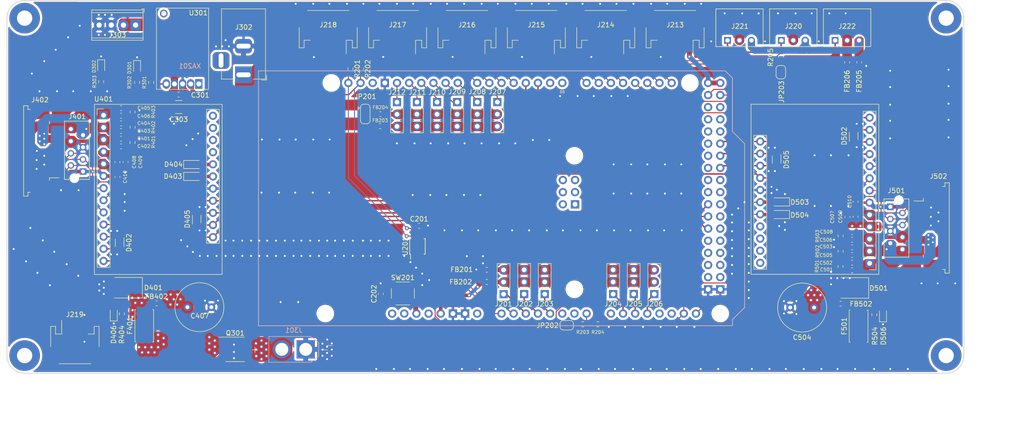
<source format=kicad_pcb>
(kicad_pcb (version 20221018) (generator pcbnew)
  (title_block (title "Arduino Mega ESCON 24/2 Shield") (date "2023-04-11") (company "Team Goombot") (comment 2 "Author: Vincent Nguyen"))
  (layers (0 "F.Cu" signal) (31 "B.Cu" signal) (34 "B.Paste" user) (35 "F.Paste" user) (36 "B.SilkS" user "B.Silkscreen") (37 "F.SilkS" user "F.Silkscreen") (38 "B.Mask" user) (39 "F.Mask" user) (44 "Edge.Cuts" user))
  (net 0 "")
  (net 1 "Net-(C404-Pad2)")
  (net 2 "GND")
  (net 3 "Net-(C406-Pad2)")
  (net 4 "Net-(JP202-A)")
  (net 5 "/Arduino Mega 2560/VBAT_MEASURE")
  (net 6 "VCC")
  (net 7 "Net-(D302-A)")
  (net 8 "+5V_SW")
  (net 9 "Net-(D301-A)")
  (net 10 "Net-(JP203-B)")
  (net 11 "/Arduino Mega 2560/RX1")
  (net 12 "Net-(D506-A)")
  (net 13 "Net-(C402-Pad2)")
  (net 14 "Net-(C508-Pad2)")
  (net 15 "Net-(C502-Pad2)")
  (net 16 "Net-(C505-Pad2)")
  (net 17 "/ESCON_24_2 (Left Motor)/+Vcc_FILTERED")
  (net 18 "Net-(D406-A)")
  (net 19 "+5V")
  (net 20 "/Arduino Mega 2560/SCL")
  (net 21 "/Arduino Mega 2560/SDA")
  (net 23 "/Arduino Mega 2560/Right_Motor_Speed")
  (net 24 "/Arduino Mega 2560/Left_Motor_Speed")
  (net 27 "VBAT")
  (net 28 "/Arduino Mega 2560/TX1")
  (net 29 "GNDA")
  (net 30 "+5VA")
  (net 31 "GNDS")
  (net 32 "Vdyn")
  (net 33 "/ESCON_24_2 (Left Motor)/+Vcc_FUSED")
  (net 34 "/ESCON_24_2 (Right motor)/+Vcc_FILTERED")
  (net 35 "Vaux")
  (net 36 "/Arduino Mega 2560/Left_Motor_Current")
  (net 37 "/Arduino Mega 2560/Right_Motor_Current")
  (net 38 "/ESCON_24_2 (Right motor)/+Vcc_FUSED")
  (net 39 "/Arduino Mega 2560/PWM10")
  (net 40 "/Arduino Mega 2560/PWM11")
  (net 41 "/Arduino Mega 2560/PWM12")
  (net 42 "/Arduino Mega 2560/PWM8")
  (net 43 "/Arduino Mega 2560/PWM9")
  (net 44 "/Arduino Mega 2560/TRIGGER2")
  (net 45 "/Arduino Mega 2560/ECHO2")
  (net 46 "/Arduino Mega 2560/TRIGGER1")
  (net 47 "/Arduino Mega 2560/ECHO1")
  (net 48 "/Arduino Mega 2560/TRIGGER6")
  (net 49 "/Arduino Mega 2560/ECHO6")
  (net 50 "/Arduino Mega 2560/TRIGGER5")
  (net 51 "/Arduino Mega 2560/ECHO5")
  (net 52 "/Arduino Mega 2560/TRIGGER4")
  (net 53 "/Arduino Mega 2560/ECHO4")
  (net 54 "/Arduino Mega 2560/TRIGGER3")
  (net 55 "/Arduino Mega 2560/ECHO3")
  (net 56 "/Arduino Mega 2560/RESET")
  (net 57 "/ESCON_24_2 (Left Motor)/M1{slash}+M")
  (net 58 "/Arduino Mega 2560/PWM13")
  (net 59 "/ESCON_24_2 (Right motor)/M1{slash}+M")
  (net 60 "/ESCON_24_2 (Right motor)/M2{slash}-M")
  (net 61 "/ESCON_24_2 (Right motor)/M3")
  (net 62 "/ESCON_24_2 (Left Motor)/M2{slash}-M")
  (net 63 "/ESCON_24_2 (Left Motor)/+5VDC")
  (net 64 "/ESCON_24_2 (Left Motor)/M3")
  (net 67 "/Arduino Mega 2560/Right_Motor_Commutation")
  (net 68 "/Arduino Mega 2560/Right_Motor_Direction")
  (net 69 "/Arduino Mega 2560/Right_Motor_Enable")
  (net 70 "/Arduino Mega 2560/Right_Motor_PWM")
  (net 71 "/ESCON_24_2 (Right motor)/+5VDC")
  (net 72 "/ESCON_24_2 (Right motor)/Channel A")
  (net 73 "/ESCON_24_2 (Right motor)/Channel A\\")
  (net 74 "/ESCON_24_2 (Right motor)/Channel B")
  (net 75 "/ESCON_24_2 (Left Motor)/Channel A")
  (net 76 "/ESCON_24_2 (Left Motor)/Channel A\\")
  (net 77 "/ESCON_24_2 (Left Motor)/Channel B")
  (net 78 "/ESCON_24_2 (Left Motor)/Channel B\\")
  (net 79 "/Arduino Mega 2560/Left_Motor_Commutation")
  (net 80 "/Arduino Mega 2560/Left_Motor_Direction")
  (net 81 "/Arduino Mega 2560/Left_Motor_Enable")
  (net 82 "/Arduino Mega 2560/Left_Motor_PWM")
  (net 83 "/ESCON_24_2 (Left Motor)/Hall sensor 1")
  (net 84 "/ESCON_24_2 (Left Motor)/Hall sensor 2")
  (net 85 "/ESCON_24_2 (Left Motor)/Hall sensor 3")
  (net 90 "/ESCON_24_2 (Right motor)/Channel B\\")
  (net 91 "/ESCON_24_2 (Right motor)/Hall sensor 1")
  (net 92 "/ESCON_24_2 (Right motor)/Hall sensor 2")
  (net 102 "/ESCON_24_2 (Right motor)/Hall sensor 3")
  (net 120 "/Arduino Mega 2560/A11")
  (net 121 "/Arduino Mega 2560/A10")
  (net 124 "/Arduino Mega 2560/A9")
  (net 125 "/Arduino Mega 2560/A3")
  (net 126 "/Arduino Mega 2560/A2")
  (net 127 "/Arduino Mega 2560/A4")
  (net 139 "/Power/PG{slash}Trim")
  (net 140 "/Arduino Mega 2560/Vaux_JP")
  (net 147 "GNDD")
  (net 148 "+5VD")
  (footprint "Capacitor_SMD:C_0603_1608Metric" (layer "F.Cu") (at 76.05 53.7225)
    (fp_text reference "C401")
    (fp_text value "470pF")
  )
  (footprint "Inductor_SMD:L_0603_1608Metric" (layer "F.Cu") (at 152.5 81.15)
    (fp_text reference "FB201")
    (fp_text value "Ferrite 5A")
  )
  (footprint "LED_SMD:LED_0603_1608Metric" (layer "F.Cu") (at 71.9 38.7 -90)
    (fp_text reference "D302")
    (fp_text value "GREEN")
  )
  (footprint "Capacitor_SMD:C_0603_1608Metric" (layer "F.Cu") (at 228.845 73.259999 180)
    (fp_text reference "C508")
    (fp_text value "1nF")
  )
  (footprint "kibuzzard-6436C0DF" (layer "F.Cu") (at 62.8 69.1)
    (fp_text reference "kibuzzard-6436C0DF" hide)
    (fp_text value "G***" hide)
  )
  (footprint "Connector_PinSocket_2.54mm:PinSocket_1x03_P2.54mm_Vertical" (layer "F.Cu") (at 178.9 86.24 180)
    (fp_text reference "J204")
    (fp_text value "01x03 2.54mm Sockets")
  )
  (footprint "Fuse:Fuseholder_Littelfuse_Nano2_157x" (layer "F.Cu") (at 230.2 92.95 90)
    (fp_text reference "F501")
    (fp_text value "Fuse 4A Slow blow (0157004)")
  )
  (footprint "0_connector:TE_7-215079-8" (layer "F.Cu") (at 68.1 60.5925 -90)
    (fp_text reference "J401")
    (fp_text value "Motor connector (Micro-MaTch)")
  )
  (footprint "LED_SMD:LED_0603_1608Metric" (layer "F.Cu") (at 79.4 38.85 -90)
    (fp_text reference "D301")
    (fp_text value "ORANGE")
  )
  (footprint "0_connector:TE_7-215079-8" (layer "F.Cu") (at 236.8315 67.977499 90)
    (fp_text reference "J501")
    (fp_text value "Motor connector (Micro-MaTch)")
  )
  (footprint "Resistor_SMD:R_0603_1608Metric" (layer "F.Cu") (at 71.9 41.8 90)
    (fp_text reference "R303")
    (fp_text value "2k")
  )
  (footprint "Capacitor_SMD:C_0603_1608Metric" (layer "F.Cu") (at 229.57 66.909999 -90)
    (fp_text reference "C510")
    (fp_text value "0.1uF")
  )
  (footprint "Connector_JST:JST_PH_S4B-PH-SM4-TB_1x04-1MP_P2.00mm_Horizontal" (layer "F.Cu") (at 148.35 31.4 180)
    (fp_text reference "J216")
    (fp_text value "S4B-PH-SM4-TB(LF)(SN)")
  )
  (footprint "Resistor_SMD:R_0603_1608Metric" (layer "F.Cu") (at 226.445 74.059999 -90)
    (fp_text reference "R503")
    (fp_text value "560R")
  )
  (footprint "kibuzzard-6436BDB6" (layer "F.Cu") (at 164.6 78.4)
    (fp_text reference "kibuzzard-6436BDB6" hide)
    (fp_text value "G***" hide)
  )
  (footprint "Connector_JST:JST_PH_S4B-PH-SM4-TB_1x04-1MP_P2.00mm_Horizontal" (layer "F.Cu") (at 162.85 31.4 180)
    (fp_text reference "J215")
    (fp_text value "S4B-PH-SM4-TB(LF)(SN)")
  )
  (footprint "Capacitor_SMD:C_0603_1608Metric" (layer "F.Cu") (at 76.05 48.9225)
    (fp_text reference "C406")
    (fp_text value "1nF")
  )
  (footprint "kibuzzard-6436C50F" (layer "F.Cu") (at 121.5 50.5)
    (fp_text reference "kibuzzard-6436C50F" hide)
    (fp_text value "G***" hide)
  )
  (footprint "0_power_protection:SOT-666" (layer "F.Cu") (at 213.07 58.099999 -90)
    (fp_text reference "D505")
    (fp_text value "ESDA14V2BP6")
  )
  (footprint "0_connector:TE_1-84953-1" (layer "F.Cu") (at 242.75 72.399999 90)
    (fp_text reference "J502")
    (fp_text value "Motor connector (FPC)")
  )
  (footprint "Capacitor_THT:C_Radial_D10.0mm_H16.0mm_P5.00mm" (layer "F.Cu") (at 220.9 89.05 180)
    (fp_text reference "C504")
    (fp_text value "470uF 16V")
  )
  (footprint "kibuzzard-6436C224" (layer "F.Cu") (at 244.1 87)
    (fp_text reference "kibuzzard-6436C224" hide)
    (fp_text value "G***" hide)
  )
  (footprint "0_maxon_controller:ESCON 24_5 Module" (layer "F.Cu") (at 232.5 79.8 180)
    (fp_text reference "U501" hide)
    (fp_text value "ESCON Module 24/2" hide)
  )
  (footprint "kibuzzard-6436BF7A" (layer "F.Cu") (at 109.7 101.8)
    (fp_text reference "kibuzzard-6436BF7A" hide)
    (fp_text value "G***" hide)
  )
  (footprint "kibuzzard-6436BEC4" (layer "F.Cu") (at 133.7 53.6)
    (fp_text reference "kibuzzard-6436BEC4" hide)
    (fp_text value "G***" hide)
  )
  (footprint "TerminalBlock_Phoenix:TerminalBlock_Phoenix_MPT-0,5-4-2.54_1x04_P2.54mm_Horizontal" (layer "F.Cu") (at 79.09 29.95 180)
    (fp_text reference "J303")
    (fp_text value "Terminal block")
  )
  (footprint "Connector_PinSocket_2.54mm:PinSocket_1x03_P2.54mm_Vertical" (layer "F.Cu") (at 183.2 86.225 180)
    (fp_text reference "J205")
    (fp_text value "01x03 2.54mm Sockets")
  )
  (footprint "Resistor_SMD:R_0603_1608Metric" (layer "F.Cu") (at 214 36.45 90)
    (fp_text reference "R205")
    (fp_text value "100R")
  )
  (footprint "kibuzzard-6436C2A5" (layer "F.Cu") (at 144.2 59.8)
    (fp_text reference "kibuzzard-6436C2A5" hide)
    (fp_text value "G***" hide)
  )
  (footprint "Inductor_SMD:L_0603_1608Metric" (layer "F.Cu") (at 230.35 37.75 90)
    (fp_text reference "FB206")
    (fp_text value "Ferrite 5A")
  )
  (footprint "kibuzzard-6436BECD" (layer "F.Cu") (at 138 53.6)
    (fp_text reference "kibuzzard-6436BECD" hide)
    (fp_text value "G***" hide)
  )
  (footprint "LED_SMD:LED_0603_1608Metric" (layer "F.Cu") (at 235.3 90.55 90)
    (fp_text reference "D506")
    (fp_text value "YELLOW")
  )
  (footprint "Capacitor_SMD:C_0603_1608Metric" (layer "F.Cu") (at 227.87 70.109998 90)
    (fp_text reference "C507")
    (fp_text value "4.7uF")
  )
  (footprint "Capacitor_SMD:C_0603_1608Metric" (layer "F.Cu") (at 76.05 55.3225)
    (fp_text reference "C402")
    (fp_text value "1nF")
  )
  (footprint "kibuzzard-6436BF9D" (layer "F.Cu") (at 74 34.5)
    (fp_text reference "kibuzzard-6436BF9D" hide)
    (fp_text value "G***" hide)
  )
  (footprint "Diode_SMD:D_SOD-323_HandSoldering" (layer "F.Cu") (at 91.15 59.1225)
    (fp_text reference "D404")
    (fp_text value "CDSOD323-T05C")
  )
  (footprint "kibuzzard-6436C52E" (layer "F.Cu") (at 158.2 46.1)
    (fp_text reference "kibuzzard-6436C52E" hide)
    (fp_text value "G***" hide)
  )
  (footprint "Capacitor_SMD:C_0603_1608Metric" (layer "F.Cu") (at 228.845 76.459998 180)
    (fp_text reference "C503")
    (fp_text value "470pF")
  )
  (footprint "kibuzzard-6436BD85" (layer "F.Cu") (at 156 78.5)
    (fp_text reference "kibuzzard-6436BD85" hide)
    (fp_text value "G***" hide)
  )
  (footprint "kibuzzard-6436C2D2" (layer "F.Cu") (at 176.5 49.7)
    (fp_text reference "kibuzzard-6436C2D2" hide)
    (fp_text value "G***" hide)
  )
  (footprint "0_power_protection:SOT-666" (layer "F.Cu") (at 91.85 70.5225 90)
    (fp_text reference "D405")
    (fp_text value "ESDA14V2BP6")
  )
  (footprint "Resistor_SMD:R_0603_1608Metric" (layer "F.Cu") (at 78.45 51.3225 -90)
    (fp_text reference "R402")
    (fp_text value "560R")
  )
  (footprint "Connector_PinSocket_2.54mm:PinSocket_1x03_P2.54mm_Vertical" (layer "F.Cu") (at 154.7 46.06)
    (fp_text reference "J207")
    (fp_text value "01x03 2.54mm Sockets")
  )
  (footprint "Inductor_SMD:L_0603_1608Metric" (layer "F.Cu") (at 130.25 48.6)
    (fp_text reference "FB204")
    (fp_text value "Ferrite 5A")
  )
  (footprint "kibuzzard-6436BF9D" (layer "F.Cu") (at 71.6 34.5)
    (fp_text reference "kibuzzard-6436BF9D" hide)
    (fp_text value "G***" hide)
  )
  (footprint "kibuzzard-6436BF9D" (layer "F.Cu") (at 114.7 93.8)
    (fp_text reference "kibuzzard-6436BF9D" hide)
    (fp_text value "G***" hide)
  )
  (footprint "Resistor_SMD:R_0603_1608Metric" (layer "F.Cu") (at 76.225 90.375 90)
    (fp_text reference "R404")
    (fp_text value "2k")
  )
  (footprint "Capacitor_SMD:C_0603_1608Metric" (layer "F.Cu") (at 76.05 50.5225)
    (fp_text reference "C404")
    (fp_text value "1nF")
  )
  (footprint "kibuzzard-6436C957" (layer "F.Cu") (at 129.8 81.3)
    (fp_text reference "kibuzzard-6436C957" hide)
    (fp_text value "G***" hide)
  )
  (footprint "kibuzzard-6436BF49" (layer "F.Cu") (at 169.1 96.6)
    (fp_text reference "kibuzzard-6436BF49" hide)
    (fp_text value "G***" hide)
  )
  (footprint "Capacitor_SMD:C_0603_1608Metric" (layer "F.Cu") (at 75.3 58.6225 -90)
    (fp_text reference "C408")
    (fp_text value "0.1uF")
  )
  (footprint "Capacitor_SMD:C_0603_1608Metric" (layer "F.Cu") (at 76.05 47.3225)
    (fp_text reference "C405")
    (fp_text value "470pF")
  )
  (footprint "Connector_JST:JST_PH_S4B-PH-SM4-TB_1x04-1MP_P2.00mm_Horizontal" (layer "F.Cu") (at 191.85 31.4 180)
    (fp_text reference "J213")
    (fp_text value "S4B-PH-SM4-TB(LF)(SN)")
  )
  (footprint "Capacitor_SMD:C_0603_1608Metric" (layer "F.Cu") (at 138.35 71.95)
    (fp_text reference "C201")
    (fp_text value "0.1uF")
  )
  (footprint "Diode_SMD:D_SOD-323_HandSoldering" (layer "F.Cu") (at 91.15 61.6225)
    (fp_text reference "D403")
    (fp_text value "CDSOD323-T05C")
  )
  (footprint "kibuzzard-6436C26E" (layer "F.Cu") (at 220.8 39.9)
    (fp_text reference "kibuzzard-6436C26E" hide)
    (fp_text value "G***" hide)
  )
  (footprint "Connector_PinSocket_2.54mm:PinSocket_1x03_P2.54mm_Vertical" (layer "F.Cu") (at 160.3 86.24 180)
    (fp_text reference "J202")
    (fp_text value "01x03 2.54mm Sockets")
  )
  (footprint "Capacitor_SMD:C_0603_1608Metric" (layer "F.Cu") (at 130.35 86.2 90)
    (fp_text reference "C202")
    (fp_text value "0.1uF")
  )
  (footprint "0_connector:MOLEX_0022057035_5268-03A" (layer "F.Cu") (at 216.5525 33.15)
    (fp_text reference "J220")
    (fp_text value "01x03 Mini-SPOX")
  )
  (footprint "kibuzzard-6436C4A8" (layer "F.Cu") (at 191.2 83.7)
    (fp_text reference "kibuzzard-6436C4A8" hide)
    (fp_text value "G***" hide)
  )
  (footprint "0_maxon_controller:ESCON 24_5 Module" (layer "F.Cu") (at 72.4 48.8225)
    (fp_text reference "U401")
    (fp_text value "ESCON Module 24/2" hide)
  )
  (footprint "kibuzzard-6436C28D" (layer "F.Cu") (at 238.9 27.3)
    (fp_text reference "kibuzzard-6436C28D" hide)
    (fp_text value "G***" hide)
  )
  (footprint "Connector_JST:JST_PH_S3B-PH-SM4-TB_1x03-1MP_P2.00mm_Horizontal" (layer "F.Cu") (at 66.4 96.3)
    (fp_text reference "J219")
    (fp_text value "S3B-PH-SM4-TB(LF)(SN)")
  )
  (footprint "Connector_PinSocket_2.54mm:PinSocket_1x03_P2.54mm_Vertical" (layer "F.Cu") (at 164.6 86.24 180)
    (fp_text reference "J203")
    (fp_text value "01x03 2.54mm Sockets")
  )
  (footprint "Capacitor_SMD:C_0603_1608Metric" (layer "F.Cu") (at 229.57 70.034999 90)
    (fp_text reference "C509")
    (fp_text value "0.1uF")
  )
  (footprint "Inductor_SMD:L_0603_1608Metric" (layer "F.Cu") (at 227.8 37.75 -90)
    (fp_text reference "FB205")
    (fp_text value "Ferrite 5A")
  )
  (footprint "kibuzzard-6436C547" (layer "F.Cu") (at 157.2 48.6)
    (fp_text reference "kibuzzard-6436C547" hide)
    (fp_text value "G***" hide)
  )
  (footprint "Inductor_SMD:L_0603_1608Metric" (layer "F.Cu") (at 226.45 88.25 180)
    (fp_text reference "FB502")
    (fp_text value "Ferrite 5A")
  )
  (footprint "Capacitor_SMD:C_0603_1608Metric" (layer "F.Cu") (at 228.845 78.059999 180)
    (fp_text reference "C505")
    (fp_text value "1nF")
  )
  (footprint "kibuzzard-6436C002" (layer "F.Cu") (at 60.7 89.3)
    (fp_text reference "kibuzzard-6436C002" hide)
    (fp_text value "G***" hide)
  )
  (footprint "Connector_PinSocket_2.54mm:PinSocket_1x03_P2.54mm_Vertical" (layer "F.Cu") (at 133.725 46.075)
    (fp_text reference "J212")
    (fp_text value "01x03 2.54mm Sockets")
  )
  (footprint "Resistor_SMD:R_0603_1608Metric" (layer "F.Cu") (at 233.5 90.55 90)
    (fp_text reference "R504")
    (fp_text value "2k")
  )
  (footprint "Connector_PinSocket_2.54mm:PinSocket_1x03_P2.54mm_Vertical" (layer "F.Cu") (at 156 86.255 180)
    (fp_text reference "J201")
    (fp_text value "01x03 2.54mm Sockets")
  )
  (footprint "Capacitor_SMD:C_0603_1608Metric" (layer "F.Cu") (at 88.1 44.5)
    (fp_text reference "C301")
    (fp_text value "0.1uF")
  )
  (footprint "kibuzzard-6436C4B8" (layer "F.Cu") (at 190.7 86.2)
    (fp_text reference "kibuzzard-6436C4B8" hide)
    (fp_text value "G***" hide)
  )
  (footprint "Capacitor_SMD:C_0603_1608Metric" (layer "F.Cu") (at 228.845 74.86 180)
    (fp_text reference "C506")
    (fp_text value "470pF")
  )
  (footprint "0_arduino_shield:Arduino_Mega2560_Shield" (layer "F.Cu") (at 104.769 92.851237)
    (fp_text reference "XA201")
    (fp_text value "Arduino_Mega2560_Shield")
  )
  (footprint "Resistor_SMD:R_0603_1608Metric" (layer "F.Cu") (at 79.4 41.95 90)
    (fp_text reference "R302")
    (fp_text value "1k")
  )
  (footprint "Resistor_SMD:R_0603_1608Metric" (layer "F.Cu") (at 124 39.1 -90)
    (fp_text reference "R201")
    (fp_text value "4k7")
  )
  (footprint "0_connector:TE_1-84953-1" (layer "F.Cu") (at 62.1 56.2725 -90)
    (fp_text reference "J402")
    (fp_text value "Motor connector (FPC)")
  )
  (footprint "0_power_protection:SOT-666" (layer "F.Cu") (at 75.75 75.5225 -90)
    (fp_text reference "D402")
    (fp_text value "ESDA14V2BP6")
  )
  (footprint "kibuzzard-6436BEF0" (layer "F.Cu") (at 154.7 53.6)
    (fp_text reference "kibuzzard-6436BEF0" hide)
    (fp_text value "G***" hide)
  )
  (footprint "0_regulator:LDO06C-005W05-HJ" (layer "F.Cu") (at 92.31 42.26)
    (fp_text reference "U301")
    (fp_text value "LDO06C")
  )
  (footprint "Connector_PinSocket_2.54mm:PinSocket_1x03_P2.54mm_Vertical" (layer "F.Cu") (at 146.3 46.06)
    (fp_text reference "J209")
    (fp_text value "01x03 2.54mm Sockets")
  )
  (footprint "kibuzzard-6436CBBB" (layer "F.Cu") (at 114.3 59.2)
    (fp_text reference "kibuzzard-6436CBBB" hide)
    (fp_text value "G***" hide)
  )
  (footprint "MountingHole:MountingHole_3.2mm_M3_Pad" (layer "F.Cu") (at 55.9 99.1)
    (fp_text reference "H604" hide)
    (fp_text value "MountingHole")
  )
  (footprint "Connector_PinSocket_2.54mm:PinSocket_1x03_P2.54mm_Vertical" (layer "F.Cu") (at 142.1 46.06)
    (fp_text reference "J210")
    (fp_text value "01x03 2.54mm Sockets")
  )
  (footprint "kibuzzard-6436BEE8" (layer "F.Cu") (at 150.5 53.6)
    (fp_text reference "kibuzzard-6436BEE8" hide)
    (fp_text value "G***" hide)
  )
  (footprint "Resistor_SMD:R_0603_1608Metric" (layer "F.Cu") (at 78.45 48.1225 90)
    (fp_text reference "R403")
    (fp_text value "560R")
  )
  (footprint "kibuzzard-6436C3CE" (layer "F.Cu") (at 81.8 38.8)
    (fp_text reference "kibuzzard-6436C3CE" hide)
    (fp_text value "G***" hide)
  )
  (footprint "Capacitor_SMD:C_0603_1608Metric" (layer "F.Cu") (at 75.3 61.7225 90)
    (fp_text reference "C410")
    (fp_text value "0.1uF")
  )
  (footprint "kibuzzard-6436BF7A" (layer "F.Cu") (at 109.7 93.8)
    (fp_text reference "kibuzzard-6436BF7A" hide)
    (fp_text value "G***" hide)
  )
  (footprint "kibuzzard-6436C31D" (layer "F.Cu") (at 76.6 34.5)
    (fp_text reference "kibuzzard-6436C31D" hide)
    (fp_text value "G***" hide)
  )
  (footprint "Capacitor_SMD:C_0603_1608Metric" (layer "F.Cu") (at 228.845 81.269999 180)
    (fp_text reference "C501")
    (fp_text value "470pF")
  )
  (footprint "kibuzzard-6436BE25" (layer "F.Cu") (at 183.2 78.4)
    (fp_text reference "kibuzzard-6436BE25" hide)
    (fp_text value "G***" hide)
  )
  (footprint "Resistor_SMD:R_0603_1608Metric" (layer "F.Cu") (at 175.7 92.55)
    (fp_text reference "R204")
    (fp_text value "1k")
  )
  (footprint "kibuzzard-6436C4AB" (layer "F.Cu") (at 191.8 80.9)
    (fp_text reference "kibuzzard-6436C4AB" hide)
    (fp_text value "G***" hide)
  )
  (footprint "Resistor_SMD:R_0603_1608Metric" (layer "F.Cu") (at 126.2 39.1 -90)
    (fp_text reference "R202")
    (fp_text value "4k7")
  )
  (footprint "Inductor_SMD:L_0603_1608Metric" (layer "F.Cu") (at 83.475 88.175)
    (fp_text reference "FB402")
    (fp_text value "Ferrite 5A")
  )
  (footprint "Inductor_SMD:L_0603_1608Metric" (layer "F.Cu") (at 152.4875 83.7)
    (fp_text reference "FB202")
    (fp_text value "Ferrite 5A")
  )
  (footprint "Capacitor_SMD:C_0603_1608Metric" (layer "F.Cu") (at 77 58.6225 -90)
    (fp_text reference "C409")
    (fp_text value "4.7uF")
  )
  (footprint "MountingHole:MountingHole_3.2mm_M3_Pad" (layer "F.Cu") (at 55.9 28.5)
    (fp_text reference "H603" hide)
    (fp_text value "MountingHole")
  )
  (footprint "kibuzzard-6436BE36" (layer "F.Cu") (at 187.5 78.4)
    (fp_text reference "kibuzzard-6436BE36" hide)
    (fp_text value "G***" hide)
  )
  (footprint "Connector_JST:JST_PH_S4B-PH-SM4-TB_1x04-1MP_P2.00mm_Horizontal" (layer "F.Cu") (at 177.35 31.4 180)
    (fp_text reference "J214")
    (fp_text value "S4B-PH-SM4-TB(LF)(SN)")
  )
  (footprint "LED_SMD:LED_0603_1608Metric" (layer "F.Cu") (at 74.525 90.375 90)
    (fp_text reference "D406")
    (fp_text value "YELLOW")
  )
  (footprint "Resistor_SMD:R_0603_1608Metric" (layer "F.Cu") (at 82.35 41.95 90)
    (fp_text reference "R301")
    (fp_text value "267R")
  )
  (footprint "0_switch:MJTP1140ATR" (layer "F.Cu") (at 134.95 86.1)
    (fp_text reference "SW201")
    (fp_text value "RESET")
  )
  (footprint "Resistor_SMD:R_0603_1608Metric" (layer "F.Cu") (at 78.450001 54.5225 90)
    (fp_text reference "R401")
    (fp_text value "560R")
  )
  (footprint "Connector_BarrelJack:BarrelJack_Horizontal" (layer "F.Cu") (at 101.65 40.35 -90)
    (fp_text reference "J302")
    (fp_text value "Barrel_Jack")
  )
  (footprint "MountingHole:MountingHole_3.2mm_M3_Pad" (layer "F.Cu") (at 248.5 28.5)
    (fp_text reference "H601" hide)
    (fp_text value "MountingHole")
  )
  (footprint "kibuzzard-6436BDA4" (layer "F.Cu") (at 160.3 78.5)
    (fp_text reference "kibuzzard-6436BDA4" hide)
    (fp_text value "G***" hide)
  )
  (footprint "Connector_PinSocket_2.54mm:PinSocket_1x03_P2.54mm_Vertical" (layer "F.Cu") (at 150.5 46.06)
    (fp_text reference "J208")
    (fp_text value "01x03 2.54mm Sockets")
  )
  (footprint "Capacitor_SMD:C_0603_1608Metric" (layer "F.Cu") (at 228.845 79.659999 180)
    (fp_text reference "C502")
    (fp_text value "1nF")
  )
  (footprint "kibuzzard-6436BED4" (layer "F.Cu") (at 142.1 53.6)
    (fp_text reference "kibuzzard-6436BED4" hide)
    (fp_text value "G***" hide)
  )
  (footprint "kibuzzard-6436C3BB" (layer "F.Cu") (at 68.1 38.6)
    (fp_text reference "kibuzzard-6436C3BB" hide)
    (fp_text value "G***" hide)
  )
  (footprint "Capacitor_SMD:C_1210_3225Metric" (layer "F.Cu") (at 88.1 47.1)
    (fp_text reference "C303")
    (fp_text value "100uF")
  )
  (footprint "0_connector:MOLEX_0022057035_5268-03A" (layer "F.Cu") (at 227.8 33.15)
    (fp_text reference "J222")
    (fp_text value "01x03 Mini-SPOX")
  )
  (footprint "kibuzzard-6436BD05" (layer "F.Cu") (at 155.2 75.5)
    (fp_text reference "kibuzzard-6436BD05" hide)
    (fp_text value "G***" hide)
  )
  (footprint "Jumper:SolderJumper-3_P1.3mm_Open_RoundedPad1.0x1.5mm" (layer "F.Cu") (at 127.1 48.55 -90)
    (fp_text reference "JP201")
    (fp_text value "POWER_SEL")
  )
  (footprint "Connector_PinSocket_2.54mm:PinSocket_1x03_P2.54mm_Vertical" (layer "F.Cu") (at 137.9 46.06)
    (fp_text reference "J211")
    (fp_text value "01x03 2.54mm Sockets")
  )
  (footprint "0_power_protection:SOT-666" (layer "F.Cu") (at 229.17 53.164999 90)
    (fp_text reference "D502")
    (fp_text value "ESDA14V2BP6")
  )
  (footprint "Connector_JST:JST_PH_S4B-PH-SM4-TB_1x04-1MP_P2.00mm_Horizontal" (layer "F.Cu") (at 119.35 31.4 180)
    (fp_text reference "J218")
    (fp_text value "S4B-PH-SM4-TB(LF)(SN)")
  )
  (footprint "kibuzzard-6436C4F6" (layer "F.Cu") (at 122.8 46.5)
    (fp_text reference "kibuzzard-6436C4F6" hide)
    (fp_text value "G***" hide)
  )
  (footprint "kibuzzard-6436C551" (layer "F.Cu") (at 158 51.2)
    (fp_text reference "kibuzzard-6436C551" hide)
    (fp_text value "G***" hide)
  )
  (footprint "Package_SO:SOIC-8_3.9x4.9mm_P1.27mm" (layer "F.Cu") (at 99.9 97.8)
    (fp_text reference "Q301")
    (fp_text value "SI4459ADY-T1-GE3")
  )
  (footprint "Fuse:Fuseholder_Littelfuse_Nano2_157x" (layer "F.Cu") (at 80.9 92.85 90)
    (fp_text reference "F401")
    (fp_text value "Fuse 4A Slow blow (0157004)")
  )
  (footprint "Package_SO:TSSOP-10_3x3mm_P0.5mm" (layer "F.Cu") (at 138 76.25 90)
    (fp_text reference "U201")
    (fp_text value "ADS1113IDGS")
  )
  (footprint "Capacitor_SMD:C_0603_1608Metric" (layer "F.Cu") (at 76.05 52.1225)
    (fp_text reference "C403")
    (fp_text value "470pF")
  )
  (footprint "Jumper:SolderJumper-2_P1.3mm_Open_RoundedPad1.0x1.5mm" (layer "F.Cu") (at 213.95 39.8 90)
    (fp_text reference "JP203")
    (fp_text value "ENABLE_DYN")
  )
  (footprint "Connector_PinSocket_2.54mm:PinSocket_1x03_P2.54mm_Vertical" (layer "F.Cu") (at 187.5 86.24 180)
    (fp_text reference "J206")
    (fp_text value "01x03 2.54mm Sockets")
  )
  (footprint "kibuzzard-6436BEDB" (layer "F.Cu") (at 146.3 53.6)
    (fp_text reference "kibuzzard-6436BEDB" hide)
    (fp_text value "G***" hide)
  )
  (footprint "0_connector:MOLEX_0022057035_5268-03A" (layer "F.Cu") (at 205.3025 33.15)
    (fp_text reference "J221")
    (fp_text value "01x03 Mini-SPOX")
  )
  (footprint "Diode_SMD:D_SMB" (layer "F.Cu") (at 76.85 84.9 180)
    (fp_text reference "D401")
    (fp_text value "SMBJ33A")
  )
  (footprint "Connector_JST:JST_PH_S4B-PH-SM4-TB_1x04-1MP_P2.00mm_Horizontal" (layer "F.Cu") (at 133.85 31.4 180)
    (fp_text reference "J217")
    (fp_text value "S4B-PH-SM4-TB(LF)(SN)")
  )
  (footprint "Inductor_SMD:L_0603_1608Metric" (layer "F.Cu") (at 130.2 51.1)
    (fp_text reference "FB203")
    (fp_text value "Ferrite 5A")
  )
  (footprint "Resistor_SMD:R_0603_1608Metric" (layer "F.Cu") (at 226.42 80.46 -90)
    (fp_text reference "R501")
    (fp_text value "560R")
  )
  (footprint "Jumper:SolderJumper-2_P1.3mm_Open_RoundedPad1.0x1.5mm" (layer "F.Cu") (at 169.199999 92.75 180)
    (fp_text reference "JP202")
    (fp_text value "BATT_MEASURE_ADC")
  )
  (footprint "kibuzzard-6436BE0F" (layer "F.Cu") (at 178.9 78.4)
    (fp_text reference "kibuzzard-6436BE0F" hide)
    (fp_text value "G***" hide)
  )
  (footprint "kibuzzard-6436BF9D" (layer "F.Cu") (at 114.7 101.8)
    (fp_text reference "kibuzzard-6436BF9D" hide)
    (fp_text value "G***" hide)
  )
  (footprint "kibuzzard-6436BFC3" (layer "F.Cu") (at 112 91)
    (fp_text reference "kibuzzard-6436BFC3" hide)
    (fp_text value "G***" hide)
  )
  (footprint "Capacitor_THT:C_Radial_D10.0mm_H16.0mm_P5.00mm" (layer "F.Cu") (at 89.925 88.975)
    (fp_text reference "C407")
    (fp_text value "470uF 16V")
  )
  (footprint "Diode_SMD:D_SMB" (layer "F.Cu") (at 228.65 84.95 180)
    (fp_text reference "D501")
    (fp_text value "SMBJ33A")
  )
  (footprint "kibuzzard-6436C31D" (layer "F.Cu") (at 79.4 34.5)
    (fp_text reference "kibuzzard-6436C31D" hide)
    (fp_text value "G***" hide)
  )
  (footprint "Resistor_SMD:R_0603_1608Metric" (layer "F.Cu") (at 172.55 92.55)
    (fp_text reference "R203")
    (fp_text value "2k")
  )
  (footprint "MountingHole:MountingHole_3.2mm_M3_Pad" (layer "F.Cu") (at 248.5 99.1)
    (fp_text reference "H602" hide)
    (fp_text value "MountingHole")
  )
  (footprint "Resistor_SMD:R_0603_1608Metric" (layer "F.Cu") (at 226.445 77.259999 90)
    (fp_text reference "R502")
    (fp_text value "560R")
  )
  (footprint "Diode_SMD:D_SOD-323_HandSoldering" (layer "F.Cu") (at 213.77 66.959999 180)
    (fp_text reference "D503")
    (fp_text value "CDSOD323-T05C")
  )
  (footprint "Diode_SMD:D_SOD-323_HandSoldering" (layer "F.Cu") (at 213.77 69.599999 180)
    (fp_text reference "D504")
    (fp_text value "CDSOD323-T05C")
  )
  (footprint "Connector_AMASS:AMASS_XT30U-M_1x02_P5.0mm_Vertical" (layer "B.Cu") (at 114.65 97.8 180)
    (fp_text reference "J301")
    (fp_text value "XT30M")
  )
  (gr_arc (start 248.5 24.8) (mid 251.116295 25.883705) (end 252.2 28.5) (stroke (width 0.15)) (layer "Edge.Cuts"))
  (gr_line (start 52.2 99.1) (end 52.2 28.5) (stroke (width 0.15)) (layer "Edge.Cuts"))
  (gr_arc (start 252.2 99.1) (mid 251.116295 101.716295) (end 248.5 102.8) (stroke (width 0.15)) (layer "Edge.Cuts"))
  (gr_line (start 252.2 28.5) (end 252.2 99.1) (stroke (width 0.15)) (layer "Edge.Cuts"))
  (gr_line (start 248.5 102.8) (end 55.9 102.8) (stroke (width 0.15)) (layer "Edge.Cuts"))
  (gr_line (start 55.9 24.8) (end 248.5 24.8) (stroke (width 0.15)) (layer "Edge.Cuts"))
  (gr_arc (start 52.2 28.5) (mid 53.283705 25.883705) (end 55.9 24.8) (stroke (width 0.15)) (layer "Edge.Cuts"))
  (gr_arc (start 55.9 102.8) (mid 53.283705 101.716295) (end 52.2 99.1) (stroke (width 0.15)) (layer "Edge.Cuts"))
  (gr_text "-" (at 119.65 97.1 180) (layer "B.SilkS") (effects (font (size 1.5 1.5)) (justify mirror)))
  (segment (start 76.85 50.4975) (end 76.825 50.5225) (width 0.75) (layer "F.Cu") (net 1))
  (segment (start 78.45 50.4975) (end 76.85 50.4975) (width 0.75) (layer "F.Cu") (net 1))
  (segment (start 229.17 54.869999) (end 229.8 55.499999) (width 0.3) (layer "F.Cu") (net 2))
  (segment (start 137 78.4) (end 137 79.45) (width 0.2) (layer "F.Cu") (net 2))
  (segment (start 131.175 85.425) (end 132.25 84.35) (width 0.3) (layer "F.Cu") (net 2))
  (segment (start 188.85 36.6) (end 188.85 34.25) (width 1) (layer "F.Cu") (net 2))
  (segment (start 75.75 74.2) (end 75.75 73.8725) (width 0.3) (layer "F.Cu") (net 2))
  (segment (start 74.9 73.0225) (end 73.95 73.0225) (width 0.3) (layer "F.Cu") (net 2))
  (segment (start 229.17 52.359999) (end 229.17 51.229999) (width 0.3) (layer "F.Cu") (net 2))
  (segment (start 91.85 72.3225) (end 92.45 72.9225) (width 0.3) (layer "F.Cu") (net 2))
  (segment (start 213.07 59.699999) (end 212.27 60.499999) (width 0.3) (layer "F.Cu") (net 2))
  (segment (start 229.17 53.969999) (end 229.17 52.359999) (width 0.3) (layer "F.Cu") (net 2))
  (segment (start 75.75 76.3275) (end 75.75 77.1725) (width 0.3) (layer "F.Cu") (net 2))
  (segment (start 91.85 71.3275) (end 91.85 72.3225) (width 0.3) (layer "F.Cu") (net 2))
  (segment (start 91.85 69.7175) (end 91.85 68.8725) (width 0.3) (layer "F.Cu") (net 2))
  (segment (start 229.17 52.359999) (end 229.17 51.514999) (width 0.3) (layer "F.Cu") (net 2))
  (segment (start 75.75 74.7175) (end 75.75 74.2) (width 0.3) (layer "F.Cu") (net 2))
  (segment (start 91.85 68.6225) (end 92.45 68.0225) (width 0.3) (layer "F.Cu") (net 2))
  (segment (start 174.35 36.6) (end 174.35 34.25) (width 1) (layer "F.Cu") (net 2))
  (segment (start 228.07 81.269999) (end 226.435001 81.269999) (width 0.75) (layer "F.Cu") (net 2))
  (segment (start 145.35 36.6) (end 145.35 34.25) (width 1) (layer "F.Cu") (net 2))
  (segment (start 91.85 69.7175) (end 91.85 71.3275) (width 0.3) (layer "F.Cu") (net 2))
  (segment (start 138 79.4) (end 137.75 79.65) (width 0.2) (layer "F.Cu") (net 2))
  (segment (start 130.85 36.6) (end 130.85 34.25) (width 1) (layer "F.Cu") (net 2))
  (segment (start 242.75 71.399999) (end 244.5 71.4) (width 0.5) (layer "F.Cu") (net 2))
  (segment (start 139 84.35) (end 132.25 84.35) (width 1) (layer "F.Cu") (net 2))
  (segment (start 62.1 57.2725) (end 60.0275 57.2725) (width 0.5) (layer "F.Cu") (net 2))
  (segment (start 212.17 55.599999) (end 211.4 55.599999) (width 0.3) (layer "F.Cu") (net 2))
  (segment (start 91.85 69.7175) (end 91.85 68.6225) (width 0.3) (layer "F.Cu") (net 2))
  (segment (start 75.75 73.8725) (end 74.9 73.0225) (width 0.3) (layer "F.Cu") (net 2))
  (segment (start 91.85 68.8725) (end 92.7 68.0225) (width 0.3) (layer "F.Cu") (net 2))
  (segment (start 75.75 76.3275) (end 75.75 77.4225) (width 0.3) (layer "F.Cu") (net 2))
  (segment (start 92.7 68.0225) (end 93.75 68.0225) (width 0.3) (layer "F.Cu") (net 2))
  (segment (start 91.85 71.3275) (end 91.85 72.1725) (width 0.3) (layer "F.Cu") (net 2))
  (segment (start 226.435001 81.269999) (end 226.42 81.285) (width 0.75) (layer "F.Cu") (net 2))
  (segment (start 91.85 72.1725) (end 92.6 72.9225) (width 0.3) (layer "F.Cu") (net 2))
  (segment (start 213.07 57.294999) (end 213.07 55.969999) (width 0.3) (layer "F.Cu") (net 2))
  (segment (start 229.17 51.514999) (end 230.085 50.599999) (width 0.3) (layer "F.Cu") (net 2))
  (segment (start 75.75 77.4225) (end 75.25 77.9225) (width 0.3) (layer "F.Cu") (net 2))
  (segment (start 60.0275 57.2725) (end 60 57.3) (width 0.5) (layer "F.Cu") (net 2))
  (segment (start 116.35 36.65) (end 116.35 34.25) (width 1) (layer "F.Cu") (net 2))
  (segment (start 213.07 58.904999) (end 213.07 57.294999) (width 0.3) (layer "F.Cu") (net 2))
  (segment (start 75.75 74.2) (end 75.75 73.5225) (width 0.3) (layer "F.Cu") (net 2))
  (segment (start 130.35 85.425) (end 131.175 85.425) (width 0.3) (layer "F.Cu") (net 2))
  (segment (start 229.17 53.969999) (end 229.17 54.869999) (width 0.3) (layer "F.Cu") (net 2))
  (segment (start 213.07 60.129999) (end 212.7 60.499999) (width 0.3) (layer "F.Cu") (net 2))
  (segment (start 75 77.9225) (end 73.95 77.9225) (width 0.3) (layer "F.Cu") (net 2))
  (segment (start 75.75 73.5225) (end 75.25 73.0225) (width 0.3) (layer "F.Cu") (net 2))
  (segment (start 138 78.4) (end 138 79.4) (width 0.2) (layer "F.Cu") (net 2))
  (segment (start 213.07 58.904999) (end 213.07 59.699999) (width 0.3) (layer "F.Cu") (net 2))
  (segment (start 212.27 60.499999) (end 211.4 60.499999) (width 0.3) (layer "F.Cu") (net 2))
  (segment (start 159.85 36.6) (end 159.85 34.25) (width 1) (layer "F.Cu") (net 2))
  (segment (start 75.75 77.1725) (end 75 77.9225) (width 0.3) (layer "F.Cu") (net 2))
  (segment (start 213.07 57.294999) (end 213.07 56.499999) (width 0.3) (layer "F.Cu") (net 2))
  (segment (start 230.085 50.599999) (end 231.1 50.599999) (width 0.3) (layer "F.Cu") (net 2))
  (segment (start 213.07 55.969999) (end 212.7 55.599999) (width 0.3) (layer "F.Cu") (net 2))
  (segment (start 213.07 58.904999) (end 213.07 60.129999) (width 0.3) (layer "F.Cu") (net 2))
  (segment (start 213.07 56.499999) (end 212.17 55.599999) (width 0.3) (layer "F.Cu") (net 2))
  (segment (start 137 79.45) (end 136.85 79.6) (width 0.2) (layer "F.Cu") (net 2))
  (segment (start 92.6 72.9225) (end 93.75 72.9225) (width 0.3) (layer "F.Cu") (net 2))
  (segment (start 229.17 51.229999) (end 229.8 50.599999) (width 0.3) (layer "F.Cu") (net 2))
  (via (at 140.776956 25.5) (size 0.8) (drill 0.4) (layers "F.Cu" "B.Cu") (net 2))
  (via (at 131.95 75.05) (size 0.8) (drill 0.4) (layers "F.Cu" "B.Cu") (net 2))
  (via (at 140.676955 65.5) (size 0.8) (drill 0.4) (layers "F.Cu" "B.Cu") (net 2))
  (via (at 155.076955 54.7) (size 0.8) (drill 0.4) (layers "F.Cu" "B.Cu") (net 2))
  (via (at 143.55 101.9) (size 0.8) (drill 0.4) (layers "F.Cu" "B.Cu") (net 2))
  (via (at 133.076955 101.9) (size 0.8) (drill 0.4) (layers "F.Cu" "B.Cu") (net 2))
  (via (at 178 93.1) (size 0.8) (drill 0.4) (layers "F.Cu" "B.Cu") (net 2))
  (via (at 72.45 83.6) (size 0.8) (drill 0.4) (layers "F.Cu" "B.Cu") (net 2))
  (via (at 229.476956 101.9) (size 0.8) (drill 0.4) (layers "F.Cu" "B.Cu") (net 2))
  (via (at 139 84.35) (size 0.8) (drill 0.4) (layers "F.Cu" "B.Cu") (net 2))
  (via (at 57.4 40.1) (size 0.8) (drill 0.4) (layers "F.Cu" "B.Cu") (net 2))
  (via (at 200.85 101.9) (size 0.8) (drill 0.4) (layers "F.Cu" "B.Cu") (net 2))
  (via (at 168.826955 101.9) (size 0.8) (drill 0.4) (layers "F.Cu" "B.Cu") (net 2))
  (via (at 193.776956 101.9) (size 0.8) (drill 0.4) (layers "F.Cu" "B.Cu") (net 2))
  (via (at 172.5 25.5) (size 0.8) (drill 0.4) (layers "F.Cu" "B.Cu") (net 2))
  (via (at 206.35 67) (size 0.8) (drill 0.4) (layers "F.Cu" "B.Cu") (net 2))
  (via (at 236.823045 101.9) (size 0.8) (drill 0.4) (layers "F.Cu" "B.Cu") (net 2))
  (via (at 159.85 36.6) (size 0.8) (drill 0.4) (layers "F.Cu" "B.Cu") (net 2))
  (via (at 174.85 44.8) (size 0.8) (drill 0.4) (layers "F.Cu" "B.Cu") (net 2))
  (via (at 131.95 78.25) (size 0.8) (drill 0.4) (layers "F.Cu" "B.Cu") (net 2))
  (via (at 99.55 78.25) (size 0.8) (drill 0.4) (layers "F.Cu" "B.Cu") (net 2))
  (via (at 128.273045 75.05) (size 0.8) (drill 0.4) (layers "F.Cu" "B.Cu") (net 2))
  (via (at 112.55 25.5) (size 0.8) (drill 0.4) (layers "F.Cu" "B.Cu") (net 2))
  (via (at 182.676955 59.1) (size 0.8) (drill 0.4) (layers "F.Cu" "B.Cu") (net 2))
  (via (at 118.15 96.6) (size 0.8) (drill 0.4) (layers "F.Cu" "B.Cu") (net 2))
  (via (at 154.376956 72.9) (size 0.8) (drill 0.4) (layers "F.Cu" "B.Cu") (net 2))
  (via (at 133.7 54.7) (size 0.8) (drill 0.4) (layers "F.Cu" "B.Cu") (net 2))
  (via (at 213.35 27.5) (size 0.8) (drill 0.4) (layers "F.Cu" "B.Cu") (net 2))
  (via (at 214.6 87.7) (size 0.8) (drill 0.4) (layers "F.Cu" "B.Cu") (net 2))
  (via (at 214.6 90.3) (size 0.8) (drill 0.4) (layers "F.Cu" "B.Cu") (net 2))
  (via (at 226.5 69.3) (size 0.8) (drill 0.4) (layers "F.Cu" "B.Cu") (net 2))
  (via (at 117.426955 78.25) (size 0.8) (drill 0.4) (layers "F.Cu" "B.Cu") (net 2))
  (via (at 147.85 54.7) (size 0.8) (drill 0.4) (layers "F.Cu" "B.Cu") (net 2))
  (via (at 186.05 65.2) (size 0.8) (drill 0.4) (layers "F.Cu" "B.Cu") (net 2))
  (via (at 243.35 84) (size 0.8) (drill 0.4) (layers "F.Cu" "B.Cu") (net 2))
  (via (at 148.326955 78.3) (size 0.8) (drill 0.4) (layers "F.Cu" "B.Cu") (net 2))
  (via (at 188.826955 93.1) (size 0.8) (drill 0.4) (layers "F.Cu" "B.Cu") (net 2))
  (via (at 151.7 78.3) (size 0.8) (drill 0.4) (layers "F.Cu" "B.Cu") (net 2))
  (via (at 67.105561 82.405561) (size 0.8) (drill 0.4) (layers "F.Cu" "B.Cu") (net 2))
  (via (at 169.126955 25.5) (size 0.8) (drill 0.4) (layers "F.Cu" "B.Cu") (net 2))
  (via (at 189.726956 59.1) (size 0.8) (drill 0.4) (layers "F.Cu" "B.Cu") (net 2))
  (via (at 228.35 82.9) (size 0.8) (drill 0.4) (layers "F.Cu" "B.Cu") (net 2))
  (via (at 147.75 25.5) (size 0.8) (drill 0.4) (layers "F.Cu" "B.Cu") (net 2))
  (via (at 76.8 66.961522) (size 0.8) (drill 0.4) (layers "F.Cu" "B.Cu") (net 2))
  (via (at 59 43.8) (size 0.8) (drill 0.4) (layers "F.Cu" "B.Cu") (net 2))
  (via (at 113.75 75.05) (size 0.8) (drill 0.4) (layers "F.Cu" "B.Cu") (net 2))
  (via (at 93.6 87.6) (size 0.8) (drill 0.4) (layers "F.Cu" "B.Cu") (net 2))
  (via (at 89.9 76.25) (size 0.8) (drill 0.4) (layers "F.Cu" "B.Cu") (net 2))
  (via (at 229.8 55.499999) (size 0.8) (drill 0.4) (layers "F.Cu" "B.Cu") (net 2))
  (via (at 87.9 49.6) (size 0.8) (drill 0.4) (layers "F.Cu" "B.Cu") (net 2))
  (via (at 161.35 72.9) (size 0.8) (drill 0.4) (layers "F.Cu" "B.Cu") (net 2))
  (via (at 158.45 54.7) (size 0.8) (drill 0.4) (layers "F.Cu" "B.Cu") (net 2))
  (via (at 108.438478 78.25) (size 0.8) (drill 0.4) (layers "F.Cu" "B.Cu") (net 2))
  (via (at 140.75 54.7) (size 0.8) (drill 0.4) (layers "F.Cu" "B.Cu") (net 2))
  (via (at 67.405561 30.094439) (size 0.8) (drill 0.4) (layers "F.Cu" "B.Cu") (net 2))
  (via (at 119.15 78.25) (size 0.8) (drill 0.4) (layers "F.Cu" "B.Cu") (net 2))
  (via (at 224.076956 27.5) (size 0.8) (drill 0.4) (layers "F.Cu" "B.Cu") (net 2))
  (via (at 112.1 75.05) (size 0.8) (drill 0.4) (layers "F.Cu" "B.Cu") (net 2))
  (via (at 181.95 44.8) (size 0.8) (drill 0.4) (layers "F.Cu" "B.Cu") (net 2))
  (via (at 137.705203 80.716726) (size 0.8) (drill 0.4) (layers "F.Cu" "B.Cu") (net 2))
  (via (at 240.5 101.9) (size 0.8) (drill 0.4) (layers "F.Cu" "B.Cu") (net 2))
  (via (at 106.6 78.25) (size 0.8) (drill 0.4) (layers "F.Cu" "B.Cu") (net 2))
  (via (at 60 59.138478) (size 0.8) (drill 0.4) (layers "F.Cu" "B.Cu") (net 2))
  (via (at 115.588477 78.25) (size 0.8) (drill 0.4) (layers "F.Cu" "B.Cu") (net 2))
  (via (at 207.25 74.738478) (size 0.8) (drill 0.4) (layers "F.Cu" "B.Cu") (net 2))
  (via (at 58.4 60.038478) (size 0.8) (drill 0.4) (layers "F.Cu" "B.Cu") (net 2))
  (via (at 126.623045 75.05) (size 0.8) (drill 0.4) (layers "F.Cu" "B.Cu") (net 2))
  (via (at 139 81.95) (size 0.8) (drill 0.4) (layers "F.Cu" "B.Cu") (net 2))
  (via (at 119.55 65) (size 0.8) (drill 0.4) (layers "F.Cu" "B.Cu") (net 2))
  (via (at 205.05 68.3) (size 0.8) (drill 0.4) (layers "F.Cu" "B.Cu") (net 2))
  (via (at 130.05 25.5) (size 0.8) (drill 0.4) (layers "F.Cu" "B.Cu") (net 2))
  (via (at 246.9 71) (size 0.8) (drill 0.4) (layers "F.Cu" "B.Cu") (net 2))
  (via (at 97.9 78.25) (size 0.8) (drill 0.4) (layers "F.Cu" "B.Cu") (net 2))
  (via (at 212 63.8) (size 0.8) (drill 0.4) (layers "F.Cu" "B.Cu") (net 2))
  (via (at 161.9 25.5) (size 0.8) (drill 0.4) (layers "F.Cu" "B.Cu") (net 2))
  (via (at 104.95 75.05) (size 0.8) (drill 0.4) (layers "F.Cu" "B.Cu") (net 2))
  (via (at 116.126956 65) (size 0.8) (drill 0.4) (layers "F.Cu" "B.Cu") (net 2))
  (via (at 207.25 79.95) (size 0.8) (drill 0.4) (layers "F.Cu" "B.Cu") (net 2))
  (via (at 207.25 87.05) (size 0.8) (drill 0.4) (layers "F.Cu" "B.Cu") (net 2))
  (via (at 207.25 72.9) (size 0.8) (drill 0.4) (layers "F.Cu" "B.Cu") (net 2))
  (via (at 147.726956 65.5) (size 0.8) (drill 0.4) (layers "F.Cu" "B.Cu") (net 2))
  (via (at 205.876956 27.5) (size 0.8) (drill 0.4) (layers "F.Cu" "B.Cu") (net 2))
  (via (at 106.6 75.05) (size 0.8) (drill 0.4) (layers "F.Cu" "B.Cu") (net 2))
  (via (at 120.1 96.55) (size 0.8) (drill 0.4) (layers "F.Cu" "B.Cu") (net 2))
  (via (at 176.176956 25.5) (size 0.8) (drill 0.4) (layers "F.Cu" "B.Cu") (net 2))
  (via (at 58.4 58.2) (size 0.8) (drill 0.4) (layers "F.Cu" "B.Cu") (net 2))
  (via (at 124.476955 75.05) (size 0.8) (drill 0.4) (layers "F.Cu" "B.Cu") (net 2))
  (via (at 151.7 79.8) (size 0.8) (drill 0.4) (layers "F.Cu" "B.Cu") (net 2))
  (via (at 207.9 101.9) (size 0.8) (drill 0.4) (layers "F.Cu" "B.Cu") (net 2))
  (via (at 231.1 50.599999) (size 0.8) (drill 0.4) (layers "F.Cu" "B.Cu") (net 2))
  (via (at 93.75 72.9225) (size 0.8) (drill 0.4) (layers "F.Cu" "B.Cu") (net 2))
  (via (at 221 57.2) (size 0.8) (drill 0.4) (layers "F.Cu" "B.Cu") (net 2))
  (via (at 76.9 60.8) (size 0.8) (drill 0.4) (layers "F.Cu" "B.Cu") (net 2))
  (via (at 203.75 74.926955) (size 0.8) (drill 0.4) (layers "F.Cu" "B.Cu") (net 2))
  (via (at 126.7 25.5) (size 0.8) (drill 0.4) (layers "F.Cu" "B.Cu") (net 2))
  (via (at 150.7 72.9) (size 0.8) (drill 0.4) (layers "F.Cu" "B.Cu") (net 2))
  (via (at 207.25 71.25) (size 0.8) (drill 0.4) (layers "F.Cu" "B.Cu") (net 2))
  (via (at 92.45 72.9225) (size 0.8) (drill 0.4) (layers "F.Cu" "B.Cu") (net 2))
  (via (at 145.35 36.6) (size 0.8) (drill 0.4) (layers "F.Cu" "B.Cu") (net 2))
  (via (at 154.8 25.5) (size 0.8) (drill 0.4) (layers "F.Cu" "B.Cu") (net 2))
  (via (at 218.75 101.9) (size 0.8) (drill 0.4) (layers "F.Cu" "B.Cu") (net 2))
  (via (at 122.638478 78.25) (size 0.8) (drill 0.4) (layers "F.Cu" "B.Cu") (net 2))
  (via (at 113.75 78.25) (size 0.8) (drill 0.4) (layers "F.Cu" "B.Cu") (net 2))
  (via (at 64.985103 32.514897) (size 0.8) (drill 0.4) (layers "F.Cu" "B.Cu") (net 2))
  (via (at 69.726956 43.8) (size 0.8) (drill 0.4) (layers "F.Cu" "B.Cu") (net 2))
  (via (at 233.45 101.9) (size 0.8) (drill 0.4) (layers "F.Cu" "B.Cu") (net 2))
  (via (at 68.4 90.6) (size 0.8) (drill 0.4) (layers "F.Cu" "B.Cu") (net 2))
  (via (at 209.3 27.5) (size 0.8) (drill 0.4) (layers "F.Cu" "B.Cu") (net 2))
  (via (at 124.476955 78.25) (size 0.8) (drill 0.4) (layers "F.Cu" "B.Cu") (net 2))
  (via (at 93.75 68.0225) (size 0.8) (drill 0.4) (layers "F.Cu" "B.Cu") (net 2))
  (via (at 217.026955 27.5) (size 0.8) (drill 0.4) (layers "F.Cu" "B.Cu") (net 2))
  (via (at 157.8 72.9) (size 0.8) (drill 0.4) (layers "F.Cu" "B.Cu") (net 2))
  (via (at 64.685103 79.985103) (size 0.8) (drill 0.4) (layers "F.Cu" "B.Cu") (net 2))
  (via (at 189.573045 72.9) (size 0.8) (drill 0.4) (layers "F.Cu" "B.Cu") (net 2))
  (via (at 171.476955 44.8) (size 0.8) (drill 0.4) (layers "F.Cu" "B.Cu") (net 2))
  (via (at 186.2 72.9) (size 0.8) (drill 0.4) (layers "F.Cu" "B.Cu") (net 2))
  (via (at 68.4 96.2) (size 0.8) (drill 0.4) (layers "F.Cu" "B.Cu") (net 2))
  (via (at 214.8 65.3) (size 0.8) (drill 0.4) (layers "F.Cu" "B.Cu") (net 2))
  (via (at 214.8 72.8) (size 0.8) (drill 0.4) (layers "F.Cu" "B.Cu") (net 2))
  (via (at 212.7 60.499999) (size 0.8) (drill 0.4) (layers "F.Cu" "B.Cu") (net 2))
  (via (at 89.7 55.1) (size 0.8) (drill 0.4) (layers "F.Cu" "B.Cu") (net 2))
  (via (at 99.65 96.8) (size 0.8) (drill 0.4) (layers "F.Cu" "B.Cu") (net 2))
  (via (at 190.2 25.5) (size 0.8) (drill 0.4) (layers "F.Cu" "B.Cu") (net 2))
  (via (at 113.076955 87.9) (size 0.8) (drill 0.4) (layers "F.Cu" "B.Cu") (net 2))
  (via (at 91 53.8) (size 0.8) (drill 0.4) (layers "F.Cu" "B.Cu") (net 2))
  (via (at 144.426956 54.7) (size 0.8) (drill 0.4) (layers "F.Cu" "B.Cu") (net 2))
  (via (at 183.15 25.5) (size 0.8) (drill 0.4) (layers "F.Cu" "B.Cu") (net 2))
  (via (at 174.35 36.6) (size 0.8) (drill 0.4) (layers "F.Cu" "B.Cu") (net 2))
  (via (at 79.9 52.1) (size 0.8) (drill 0.4) (layers "F.Cu" "B.Cu") (net 2))
  (via (at 246.723045 84) (size 0.8) (drill 0.4) (layers "F.Cu" "B.Cu") (net 2))
  (via (at 99.65 98.35) (size 0.8) (drill 0.4) (layers "F.Cu" "B.Cu") (net 2))
  (via (at 249 46.4) (size 0.8) (drill 0.4) (layers "F.Cu" "B.Cu") (net 2))
  (via (at 59.7 75) (size 0.8) (drill 0.4) (layers "F.Cu" "B.Cu") (net 2))
  (via (at 62.385103 35.114897) (size 0.8) (drill 0.4) (layers "F.Cu" "B.Cu") (net 2))
  (via (at 179.3 101.9) (size 0.8) (drill 0.4) (layers "F.Cu" "B.Cu") (net 2))
  (via (at 144.05 65.5) (size 0.8) (drill 0.4) (layers "F.Cu" "B.Cu") (net 2))
  (via (at 214.8 71.2) (size 0.8) (drill 0.4) (layers "F.Cu" "B.Cu") (net 2))
  (via (at 225.75 82.9) (size 0.8) (drill 0.4) (layers "F.Cu" "B.Cu") (net 2))
  (via (at 72.7 27.8) (size 0.8) (drill 0.4) (layers "F.Cu" "B.Cu") (net 2))
  (via (at 119.1 98.55) (size 0.8) (drill 0.4) (layers "F.Cu" "B.Cu") (net 2))
  (via (at 224.423045 67.8) (size 0.8) (drill 0.4) (layers "F.Cu" "B.Cu") (net 2))
  (via (at 193.15 59.1) (size 0.8) (drill 0.4) (layers "F.Cu" "B.Cu") (net 2))
  (via (at 76.8 68.8) (size 0.8) (drill 0.4) (layers "F.Cu" "B.Cu") (net 2))
  (via (at 179 65.2) (size 0.8) (drill 0.4) (layers "F.Cu" "B.Cu") (net 2))
  (via (at 222.426955 101.9) (size 0.8) (drill 0.4) (layers "F.Cu" "B.Cu") (net 2))
  (via (at 202.2 27.5) (size 0.8) (drill 0.4) (layers "F.Cu" "B.Cu") (net 2))
  (via (at 158.476956 25.5) (size 0.8) (drill 0.4) (layers "F.Cu" "B.Cu") (net 2))
  (via (at 151.426955 25.5) (size 0.8) (drill 0.4) (layers "F.Cu" "B.Cu") (net 2))
  (via (at 207.25 81.788478) (size 0.8) (drill 0.4) (layers "F.Cu" "B.Cu") (net 2))
  (via (at 71.5 84.200001) (size 0.8) (drill 0.4) (layers "F.Cu" "B.Cu") (net 2))
  (via (at 123.276956 25.5) (size 0.8) (drill 0.4) (layers "F.Cu" "B.Cu") (net 2))
  (via (at 97.9 75.05) (size 0.8) (drill 0.4) (layers "F.Cu" "B.Cu") (net 2))
  (via (at 165.026955 72.9) (size 0.8) (drill 0.4) (layers "F.Cu" "B.Cu") (net 2))
  (via (at 197.2 101.9) (size 0.8) (drill 0.4) (layers "F.Cu" "B.Cu") (net 2))
  (via (at 179 59.1) (size 0.8) (drill 0.4) (layers "F.Cu" "B.Cu") (net 2))
  (via (at 193.876956 25.5) (size 0.8) (drill 0.4) (layers "F.Cu" "B.Cu") (net 2))
  (via (at 245.35 68.134022) (size 0.8) (drill 0.4) (layers "F.Cu" "B.Cu") (net 2))
  (via (at 211.4 60.499999) (size 0.8) (drill 0.4) (layers "F.Cu" "B.Cu") (net 2))
  (via (at 245.3 70.061522) (size 0.8) (drill 0.4) (layers "F.Cu" "B.Cu") (net 2))
  (via (at 120.1 97.85) (size 0.8) (drill 0.4) (layers "F.Cu" "B.Cu") (net 2))
  (via (at 71.5 85.499999) (size 0.8) (drill 0.4) (layers "F.Cu" "B.Cu") (net 2))
  (via (at 119.6 25.5) (size 0.8) (drill 0.4) (layers "F.Cu" "B.Cu") (net 2))
  (via (at 228.1 57.2) (size 0.8) (drill 0.4) (layers "F.Cu" "B.Cu") (net 2))
  (via (at 165.55 54) (size 0.8) (drill 0.4) (layers "F.Cu" "B.Cu") (net 2))
  (via (at 109.176955 53.9) (size 0.8) (drill 0.4) (layers "F.Cu" "B.Cu") (net 2))
  (via (at 105.4 65) (size 0.8) (drill 0.4) (layers "F.Cu" "B.Cu") (net 2))
  (via (at 203.75 73.088478) (size 0.8) (drill 0.4) (layers "F.Cu" "B.Cu") (net 2))
  (via (at 96.3 87.6) (size 0.8) (drill 0.4) (layers "F.Cu" "B.Cu") (net 2))
  (via (at 74.1 27.8) (size 0.8) (drill 0.4) (layers "F.Cu" "B.Cu") (net 2))
  (via (at 92.166726 52.633274) (size 0.8) (drill 0.4) (layers "F.Cu" "B.Cu") (net 2))
  (via (at 225.8 101.9) (size 0.8) (drill 0.4) (layers "F.Cu" "B.Cu") (net 2))
  (via (at 246.9 69.161522) (size 0.8) (drill 0.4) (layers "F.Cu" "B.Cu") (net 2))
  (via (at 129.4 101.9) (size 0.8) (drill 0.4) (layers "F.Cu" "B.Cu") (net 2))
  (via (at 207.25 78.3) (size 0.8) (drill 0.4) (layers "F.Cu" "B.Cu") (net 2))
  (via (at 74.1 32) (size 0.8) (drill 0.4) (layers "F.Cu" "B.Cu") (net 2))
  (via (at 228.1 67.8) (size 0.8) (drill 0.4) (layers "F.Cu" "B.Cu") (net 2))
  (via (at 224.45 81.600001) (size 0.8) (drill 0.4) (layers "F.Cu" "B.Cu") (net 2))
  (via (at 140.45 83.3) (size 0.8) (drill 0.4) (layers "F.Cu" "B.Cu") (net 2))
  (via (at 193.25 72.9) (size 0.8) (drill 0.4) (layers "F.Cu" "B.Cu") (net 2))
  (via (at 120.1 99.150001) (size 0.8) (drill 0.4) (layers "F.Cu" "B.Cu") (net 2))
  (via (at 112.1 78.25) (size 0.8) (drill 0.4) (layers "F.Cu" "B.Cu") (net 2))
  (via (at 236.8 42.923045) (size 0.8) (drill 0.4) (layers "F.Cu" "B.Cu") (net 2))
  (via (at 236.8 49.973045) (size 0.8) (drill 0.4) (layers "F.Cu" "B.Cu") (net 2))
  (via (at 236.8 53.65) (size 0.8) (drill 0.4) (layers "F.Cu" "B.Cu") (net 2))
  (via (at 249 39.3) (size 0.8) (drill 0.4) (layers "F.Cu" "B.Cu") (net 2))
  (via (at 151.15 65.5) (size 0.8) (drill 0.4) (layers "F.Cu" "B.Cu") (net 2))
  (via (at 116.226955 25.5) (size 0.8) (drill 0.4) (layers "F.Cu" "B.Cu") (net 2))
  (via (at 60 37.5) (size 0.8) (drill 0.4) (layers "F.Cu" "B.Cu") (net 2))
  (via (at 203.75 81.976955) (size 0.8) (drill 0.4) (layers "F.Cu" "B.Cu") (net 2))
  (via (at 98.6 34.4) (size 0.8) (drill 0.4) (layers "F.Cu" "B.Cu") (net 2))
  (via (at 108.438478 75.05) (size 0.8) (drill 0.4) (layers "F.Cu" "B.Cu") (net 2))
  (via (at 203.75 69.6) (size 0.8) (drill 0.4) (layers "F.Cu" "B.Cu") (net 2))
  (via (at 73.95 73.0225) (size 0.8) (drill 0.4) (layers "F.Cu" "B.Cu") (net 2))
  (via (at 120.8 75.05) (size 0.8) (drill 0.4) (layers "F.Cu" "B.Cu") (net 2))
  (via (at 130.85 36.6) (size 0.8) (drill 0.4) (layers "F.Cu" "B.Cu") (net 2))
  (via (at 118.15 99.149999) (size 0.8) (drill 0.4) (layers "F.Cu" "B.Cu") (net 2))
  (via (at 72.7 32) (size 0.8) (drill 0.4) (layers "F.Cu" "B.Cu") (net 2))
  (via (at 182.523045 72.9) (size 0.8) (drill 0.4) (layers "F.Cu" "B.Cu") (net 2))
  (via (at 178.526956 44.8) (size 0.8) (drill 0.4) (layers "F.Cu" "B.Cu") (net 2))
  (via (at 117.426955 75.05) (size 0.8) (drill 0.4) (layers "F.Cu" "B.Cu") (net 2))
  (via (at 147.326955 72.9) (size 0.8) (drill 0.4) (layers "F.Cu" "B.Cu") (net 2))
  (via (at 71.4 27.8) (size 0.8) (drill 0.4) (layers "F.Cu" "B.Cu") (net 2))
  (via (at 128.273045 78.25) (size 0.8) (drill 0.4) (layers "F.Cu" "B.Cu") (net 2))
  (via (at 181.4 93.1) (size 0.8) (drill 0.4) (layers "F.Cu" "B.Cu") (net 2))
  (via (at 130.3 84) (size 0.8) (drill 0.4) (layers "F.Cu" "B.Cu") (net 2))
  (via (at 109.076955 65) (size 0.8) (drill 0.4) (layers "F.Cu" "B.Cu") (net 2))
  (via (at 207.25 76.576955) (size 0.8) (drill 0.4) (layers "F.Cu" "B.Cu") (net 2))
  (via (at 165.15 101.9) (size 0.8) (drill 0.4) (layers "F.Cu" "B.Cu") (net 2))
  (via (at 172.076956 72.9) (size 0.8) (drill 0.4) (layers "F.Cu" "B.Cu") (net 2))
  (via (at 136.538477 79.55) (size 0.8) (drill 0.4) (layers "F.Cu" "B.Cu") (net 2))
  (via (at 183.05 101.9) (size 0.8) (drill 0.4) (layers "F.Cu" "B.Cu") (net 2))
  (via (at 250.4 84) (size 0.8) (drill 0.4) (layers "F.Cu" "B.Cu") (net 2))
  (via (at 137.1 25.5) (size 0.8) (drill 0.4) (layers "F.Cu" "B.Cu") (net 2))
  (via (at 213.1 64.4) (size 0.8) (drill 0.4) (layers "F.Cu" "B.Cu") (net 2))
  (via (at 168.4 72.9) (size 0.8) (drill 0.4) (layers "F.Cu" "B.Cu") (net 2))
  (via (at 182.676955 65.2) (size 0.8) (drill 0.4) (layers "F.Cu" "B.Cu") (net 2))
  (via (at 93.6 90.3) (size 0.8) (drill 0.4) (layers "F.Cu" "B.Cu") (net 2))
  (via (at 203.75 78.3) (size 0.8) (drill 0.4) (layers "F.Cu" "B.Cu") (net 2))
  (via (at 53.6 76.8) (size 0.8) (drill 0.4) (layers "F.Cu" "B.Cu") (net 2))
  (via (at 179.1 72.9) (size 0.8) (drill 0.4) (layers "F.Cu" "B.Cu") (net 2))
  (via (at 207.25 83.626955) (size 0.8) (drill 0.4) (layers "F.Cu" "B.Cu") (net 2))
  (via (at 221 67.8) (size 0.8) (drill 0.4) (layers "F.Cu" "B.Cu") (net 2))
  (via (at 74.525 92.375) (size 0.8) (drill 0.4) (layers "F.Cu" "B.Cu") (net 2))
  (via (at 56.2 79.4) (size 0.8) (drill 0.4) (layers "F.Cu" "B.Cu") (net 2))
  (via (at 150.976955 101.9) (size 0.8) (drill 0.4) (layers "F.Cu" "B.Cu") (net 2))
  (via (at 118.15 97.850001) (size 0.8) (drill 0.4) (layers "F.Cu" "B.Cu") (net 2))
  (via (at 57.1 72.4) (size 0.8) (drill 0.4) (layers "F.Cu" "B.Cu") (net 2))
  (via (at 62.085103 77.385103) (size 0.8) (drill 0.4) (layers "F.Cu" "B.Cu") (net 2))
  (via (at 188.85 36.6) (size 0.8) (drill 0.4) (layers "F.Cu" "B.Cu") (net 2))
  (via (at 213.6 72) (size 0.8) (drill 0.4) (layers "F.Cu" "B.Cu") (net 2))
  (via (at 101.388477 78.25) (size 0.8) (drill 0.4) (layers "F.Cu" "B.Cu") (net 2))
  (via (at 110.276955 75.05) (size 0.8) (drill 0.4) (layers "F.Cu" "B.Cu") (net 2))
  (via (at 104.95 78.25) (size 0.8) (drill 0.4) (layers "F.Cu" "B.Cu") (net 2))
  (via (at 189.726956 65.2) (size 0.8) (drill 0.4) (layers "F.Cu" "B.Cu") (net 2))
  (via (at 179.6 25.5) (size 0.8) (drill 0.4) (layers "F.Cu" "B.Cu") (net 2))
  (via (at 224.45 82.9) (size 0.8) (drill 0.4) (layers "F.Cu" "B.Cu") (net 2))
  (via (at 119.15 95.75) (size 0.8) (drill 0.4) (layers "F.Cu" "B.Cu") (net 2))
  (via (at 235.3 92.55) (size 0.8) (drill 0.4) (layers "F.Cu" "B.Cu") (net 2))
  (via (at 58.585103 81.785103) (size 0.8) (drill 0.4) (layers "F.Cu" "B.Cu") (net 2))
  (via (at 94.161523 78.25) (size 0.8) (drill 0.4) (layers "F.Cu" "B.Cu") (net 2))
  (via (at 110.276955 78.25) (size 0.8) (drill 0.4) (layers "F.Cu" "B.Cu") (net 2))
  (via (at 236.8 39.5) (size 0.8) (drill 0.4) (layers "F.Cu" "B.Cu") (net 2))
  (via (at 147.3 101.9) (size 0.8) (drill 0.4) (layers "F.Cu" "B.Cu") (net 2))
  (via (at 220.4 27.5) (size 0.8) (drill 0.4) (layers "F.Cu" "B.Cu") (net 2))
  (via (at 103.226955 78.25) (size 0.8) (drill 0.4) (layers "F.Cu" "B.Cu") (net 2))
  (via (at 140.2 71.9) (size 0.8) (drill 0.4) (layers "F.Cu" "B.Cu") (net 2))
  (via (at 79.9 47.8) (size 0.8) (drill 0.4) (layers "F.Cu" "B.Cu") (net 2))
  (via (at 75.25 73.0225) (size 0.8) (drill 0.4) (layers "F.Cu" "B.Cu") (net 2))
  (via (at 215 101.9) (size 0.8) (drill 0.4) (layers "F.Cu" "B.Cu") (net 2))
  (via (at 204.526955 101.9) (size 0.8) (drill 0.4) (layers "F.Cu" "B.Cu") (net 2))
  (via (at 135.238477 78.25) (size 0.8) (drill 0.4) (layers "F.Cu" "B.Cu") (net 2))
  (via (at 203.75 76.65) (size 0.8) (drill 0.4) (layers "F.Cu" "B.Cu") (net 2))
  (via (at 236.8 46.6) (size 0.8) (drill 0.4) (layers "F.Cu" "B.Cu") (net 2))
  (via (at 116.226956 53.9) (size 0.8) (drill 0.4) (layers "F.Cu" "B.Cu") (net 2))
  (via (at 144.2 25.5) (size 0.8) (drill 0.4) (layers "F.Cu" "B.Cu") (net 2))
  (via (at 73.95 77.9225) (size 0.8) (drill 0.4) (layers "F.Cu" "B.Cu") (net 2))
  (via (at 60 57.3) (size 0.8) (drill 0.4) (layers "F.Cu" "B.Cu") (net 2))
  (via (at 185.15 93.1) (size 0.8) (drill 0.4) (layers "F.Cu" "B.Cu") (net 2))
  (via (at 72.45 84.9) (size 0.8) (drill 0.4) (layers "F.Cu" "B.Cu") (net 2))
  (via (at 99.55 75.05) (size 0.8) (drill 0.4) (layers "F.Cu" "B.Cu") (net 2))
  (via (at 193.15 65.2) (size 0.8) (drill 0.4) (layers "F.Cu" "B.Cu") (net 2))
  (via (at 63.5 64.5) (size 0.8) (drill 0.4) (layers "F.Cu" "B.Cu") (net 2))
  (via (at 151.4 54.7) (size 0.8) (drill 0.4) (layers "F.Cu" "B.Cu") (net 2))
  (via (at 207.25 85.4) (size 0.8) (drill 0.4) (layers "F.Cu" "B.Cu") (net 2))
  (via (at 231.1 55.499999) (size 0.8) (drill 0.4) (layers "F.Cu" "B.Cu") (net 2))
  (via (at 154.35 101.9) (size 0.8) (drill 0.4) (layers "F.Cu" "B.Cu") (net 2))
  (via (at 88.6 74.95) (size 0.8) (drill 0.4) (layers "F.Cu" "B.Cu") (net 2))
  (via (at 95.9 34.4) (size 0.8) (drill 0.4) (layers "F.Cu" "B.Cu") (net 2))
  (via (at 249 49.773045) (size 0.8) (drill 0.4) (layers "F.Cu" "B.Cu") (net 2))
  (via (at 62.676955 43.8) (size 0.8) (drill 0.4) (layers "F.Cu" "B.Cu") (net 2))
  (via (at 195.876956 93.1) (size 0.8) (drill 0.4) (layers "F.Cu" "B.Cu") (net 2))
  (via (at 229.8 50.599999) (size 0.8) (drill 0.4) (layers "F.Cu" "B.Cu") (net 2))
  (via (at 212.7 55.599999) (size 0.8) (drill 0.4) (layers "F.Cu" "B.Cu") (net 2))
  (via (at 109.4 87.9) (size 0.8) (drill 0.4) (layers "F.Cu" "B.Cu") (net 2))
  (via (at 61.185103 84.385103) (size 0.8) (drill 0.4) (layers "F.Cu" "B.Cu") (net 2))
  (via (at 137.376955 54.7) (size 0.8) (drill 0.4) (layers "F.Cu" "B.Cu") (net 2))
  (via (at 192.2 93.1) (size 0.8) (drill 0.4) (layers "F.Cu" "B.Cu") (net 2))
  (via (at 119.15 75.05) (size 0.8) (drill 0.4) (layers "F.Cu" "B.Cu") (net 2))
  (via (at 71.4 32) (size 0.8) (drill 0.4) (layers "F.Cu" "B.Cu") (net 2))
  (via (at 190.1 101.9) (size 0.8) (drill 0.4) (layers "F.Cu" "B.Cu") (net 2))
  (via (at 175.876956 101.9) (size 0.8) (drill 0.4) (layers "F.Cu" "B.Cu") (net 2))
  (via (at 224.45 84.2) (size 0.8) (drill 0.4) (layers "F.Cu" "B.Cu") (net 2))
  (via (at 150.3 81.1) (size 0.8) (drill 0.4) (layers "F.Cu" "B.Cu") (net 2))
  (via (at 101.388477 75.05) (size 0.8) (drill 0.4) (layers "F.Cu" "B.Cu") (net 2))
  (via (at 66.05 43.8) (size 0.8) (drill 0.4) (layers "F.Cu" "B.Cu") (net 2))
  (via (at 227.5 27.5) (size 0.8) (drill 0.4) (layers "F.Cu" "B.Cu") (net 2))
  (via (at 186.726955 101.9) (size 0.8) (drill 0.4) (layers "F.Cu" "B.Cu") (net 2))
  (via (at 165.45 25.5) (size 0.8) (drill 0.4) (layers "F.Cu" "B.Cu") (net 2))
  (via (at 211.4 55.599999) (size 0.8) (drill 0.4) (layers "F.Cu" "B.Cu") (net 2))
  (via (at 87.1 50.6) (size 0.8) (drill 0.4) (layers "F.Cu" "B.Cu") (net 2))
  (via (at 92.45 68.0225) (size 0.8) (drill 0.4) (layers "F.Cu" "B.Cu") (net 2))
  (via (at 115.588477 75.05) (size 0.8) (drill 0.4) (layers "F.Cu" "B.Cu") (net 2))
  (via (at 172.2 101.9) (size 0.8) (drill 0.4) (layers "F.Cu" "B.Cu") (net 2))
  (via (at 167.8 44.8) (size 0.8) (drill 0.4) (layers "F.Cu" "B.Cu") (net 2))
  (via (at 86.3 49.6) (size 0.8) (drill 0.4) (layers "F.Cu" "B.Cu") (net 2))
  (via (at 140.126956 101.9) (size 0.8) (drill 0.4) (layers "F.Cu" "B.Cu") (net 2))
  (via (at 203.75 80.138478) (size 0.8) (drill 0.4) (layers "F.Cu" "B.Cu") (net 2))
  (via (at 58.45 56.2725) (size 0.8) (drill 0.4) (layers "F.Cu" "B.Cu") (net 2))
  (via (at 73.15 43.8) (size 0.8) (drill 0.4) (layers "F.Cu" "B.Cu") (net 2))
  (via (at 120.8 78.25) (size 0.8) (drill 0.4) (layers "F.Cu" "B.Cu") (net 2))
  (via (at 92.511523 78.25) (size 0.8) (drill 0.4) (layers "F.Cu" "B.Cu") (net 2))
  (via (at 96 78.25) (size 0.8) (drill 0.4) (layers "F.Cu" "B.Cu") (net 2))
  (via (at 119.65 53.9) (size 0.8) (drill 0.4) (layers "F.Cu" "B.Cu") (net 2))
  (via (at 186.05 59.1) (size 0.8) (drill 0.4) (layers "F.Cu" "B.Cu") (net 2))
  (via (at 245.3 71.9) (size 0.8) (drill 0.4) (layers "F.Cu" "B.Cu") (net 2))
  (via (at 137 65.5) (size 0.8) (drill 0.4) (layers "F.Cu" "B.Cu") (net 2))
  (via (at 130.111523 78.25) (size 0.8) (drill 0.4) (layers "F.Cu" "B.Cu") (net 2))
  (via (at 175.5 72.9) (size 0.8) (drill 0.4) (layers "F.Cu" "B.Cu") (net 2))
  (via (at 227.05 82.9) (size 0.8) (drill 0.4) (layers "F.Cu" "B.Cu") (net 2))
  (via (at 249 42.723045) (size 0.8) (drill 0.4) (layers "F.Cu" "B.Cu") (net 2))
  (via (at 75.25 77.9225) (size 0.8) (drill 0.4) (layers "F.Cu" "B.Cu") (net 2))
  (via (at 119.1 97.25) (size 0.8) (drill 0.4) (layers "F.Cu" "B.Cu") (net 2))
  (via (at 249 53.45) (size 0.8) (drill 0.4) (layers "F.Cu" "B.Cu") (net 2))
  (via (at 103.226955 75.05) (size 0.8) (drill 0.4) (layers "F.Cu" "B.Cu") (net 2))
  (via (at 217.2 90.4) (size 0.8) (drill 0.4) (layers "F.Cu" "B.Cu") (net 2))
  (via (at 79.9 53.7) (size 0.8) (drill 0.4) (layers "F.Cu" "B.Cu") (net 2))
  (via (at 225.05 76.4) (size 0.8) (drill 0.4) (layers "F.Cu" "B.Cu") (net 2))
  (via (at 112.45 65) (size 0.8) (drill 0.4) (layers "F.Cu" "B.Cu") (net 2))
  (via (at 119.1 99.850001) (size 0.8) (drill 0.4) (layers "F.Cu" "B.Cu") (net 2))
  (via (at 91.066726 77.416726) (size 0.8) (drill 0.4) (layers "F.Cu" "B.Cu") (net 2))
  (via (at 79.4 36.7) (size 0.8) (drill 0.4) (layers "F.Cu" "B.Cu") (net 2))
  (via (at 224.423045 57.2) (size 0.8) (drill 0.4) (layers "F.Cu" "B.Cu") (net 2))
  (via (at 161.45 101.9) (size 0.8) (drill 0.4) (layers "F.Cu" "B.Cu") (net 2))
  (via (at 122.638478 75.05) (size 0.8) (drill 0.4) (layers "F.Cu" "B.Cu") (net 2))
  (via (at 136.45 101.9) (size 0.8) (drill 0.4) (layers "F.Cu" "B.Cu") (net 2))
  (via (at 99.65 99.65) (size 0.8) (drill 0.4) (layers "F.Cu" "B.Cu") (net 2))
  (via (at 97.9 33.1) (size 0.8) (drill 0.4) (layers "F.Cu" "B.Cu") (net 2))
  (via (at 97.2 34.4) (size 0.8) (drill 0.4) (layers "F.Cu" "B.Cu") (net 2))
  (via (at 203.75 71.25) (size 0.8) (drill 0.4) (layers "F.Cu" "B.Cu") (net 2))
  (via (at 71.9 36.5) (size 0.8) (drill 0.4) (layers "F.Cu" "B.Cu") (net 2))
  (via (at 126.623045 78.25) (size 0.8) (drill 0.4) (layers "F.Cu" "B.Cu") (net 2))
  (via (at 72.45 86.200001) (size 0.8) (drill 0.4) (layers "F.Cu" "B.Cu") (net 2))
  (via (at 217.2 87.7) (size 0.8) (drill 0.4) (layers "F.Cu" "B.Cu") (net 2))
  (via (at 158.026956 101.9) (size 0.8) (drill 0.4) (layers "F.Cu" "B.Cu") (net 2))
  (via (at 116.35 36.65) (size 0.8) (drill 0.4) (layers "F.Cu" "B.Cu") (net 2))
  (via (at 112.55 53.9) (size 0.8) (drill 0.4) (layers "F.Cu" "B.Cu") (net 2))
  (via (at 130.111523 75.05) (size 0.8) (drill 0.4) (layers "F.Cu" "B.Cu") (net 2))
  (via (at 225.05 74.85) (size 0.8) (drill 0.4) (layers "F.Cu" "B.Cu") (net 2))
  (via (at 143.65 72.9) (size 0.8) (drill 0.4) (layers "F.Cu" "B.Cu") (net 2))
  (via (at 105.5 53.9) (size 0.8) (drill 0.4) (layers "F.Cu" "B.Cu") (net 2))
  (via (at 162.126956 54) (size 0.8) (drill 0.4) (layers "F.Cu" "B.Cu") (net 2))
  (via (at 67.176955 64.5) (size 0.8) (drill 0.4) (layers "F.Cu" "B.Cu") (net 2))
  (via (at 76.8 65.311523) (size 0.8) (drill 0.4) (layers "F.Cu" "B.Cu") (net 2))
  (via (at 186.826955 25.5) (size 0.8) (drill 0.4) (layers "F.Cu" "B.Cu") (net 2))
  (via (at 211.576956 101.9) (size 0.8) (drill 0.4) (layers "F.Cu" "B.Cu") (net 2))
  (via (at 197.3 25.5) (size 0.8) (drill 0.4) (layers "F.Cu" "B.Cu") (net 2))
  (via (at 212 65.1) (size 0.8) (drill 0.4) (layers "F.Cu" "B.Cu") (net 2))
  (via (at 231.8 38.5) (size 0.8) (drill 0.4) (layers "F.Cu" "B.Cu") (net 2))
  (via (at 133.726955 25.5) (size 0.8) (drill 0.4) (layers "F.Cu" "B.Cu") (net 2))
  (segment (start 76.825 48.9225) (end 78.425 48.9225) (width 0.75) (layer "F.Cu") (net 3))
  (segment (start 78.425 48.9225) (end 78.45 48.9475) (width 0.75) (layer "F.Cu") (net 3))
  (segment (start 171.525 92.75) (end 171.725 92.55) (width 0.2) (layer "F.Cu") (net 4))
  (segment (start 169.849999 92.75) (end 171.525 92.75) (width 0.2) (layer "F.Cu") (net 4))
  (segment (start 173.375 92.55) (end 173.349 92.524) (width 0.2) (layer "F.Cu") (net 5))
  (segment (start 173.375 92.55) (end 174.875 92.55) (width 0.2) (layer "F.Cu") (net 5))
  (segment (start 173.349 92.524) (end 173.349 90.311237) (width 0.2) (layer "F.Cu") (net 5))
  (segment (start 85.35 51.3) (end 85.35 53.4) (width 0.75) (layer "F.Cu") (net 6))
  (segment (start 168.549999 92.75) (end 168.549999 94.999999) (width 0.2) (layer "F.Cu") (net 6))
  (segment (start 168.549999 94.999999) (end 168.65 95.1) (width 0.2) (layer "F.Cu") (net 6))
  (segment (start 76.675 42.625) (end 85.35 51.3) (width 0.75) (layer "F.Cu") (net 6))
  (segment (start 71.9 42.625) (end 76.675 42.625) (width 0.75) (layer "F.Cu") (net 6))
  (via (at 94.5 95.25) (size 0.8) (drill 0.4) (layers "F.Cu" "B.Cu") (net 6))
  (via (at 95.65 97.25) (size 0.8) (drill 0.4) (layers "F.Cu" "B.Cu") (net 6))
  (via (at 79.8 97.35) (size 0.8) (drill 0.4) (layers "F.Cu" "B.Cu") (net 6))
  (via (at 83.8 94.75) (size 0.8) (drill 0.4) (layers "F.Cu" "B.Cu") (net 6))
  (via (at 95.65 95.95) (size 0.8) (drill 0.4) (layers "F.Cu" "B.Cu") (net 6))
  (via (at 94.5 97.85) (size 0.8) (drill 0.4) (layers "F.Cu" "B.Cu") (net 6))
  (via (at 94.5 96.55) (size 0.8) (drill 0.4) (layers "F.Cu" "B.Cu") (net 6))
  (via (at 84.95 96.75) (size 0.8) (drill 0.4) (layers "F.Cu" "B.Cu") (net 6))
  (via (at 84.95 95.45) (size 0.8) (drill 0.4) (layers "F.Cu" "B.Cu") (net 6))
  (via (at 81.75 98.45) (size 0.8) (drill 0.4) (layers "F.Cu" "B.Cu") (net 6))
  (via (at 83.05 98.45) (size 0.8) (drill 0.4) (layers "F.Cu" "B.Cu") (net 6))
  (via (at 95.65 98.55) (size 0.8) (drill 0.4) (layers "F.Cu" "B.Cu") (net 6))
  (via (at 83.8 96.05) (size 0.8) (drill 0.4) (layers "F.Cu" "B.Cu") (net 6))
  (via (at 80.45 98.45) (size 0.8) (drill 0.4) (layers "F.Cu" "B.Cu") (net 6))
  (via (at 82.400001 97.35) (size 0.8) (drill 0.4) (layers "F.Cu" "B.Cu") (net 6))
  (via (at 83.8 97.350001) (size 0.8) (drill 0.4) (layers "F.Cu" "B.Cu") (net 6))
  (via (at 81.1 97.35) (size 0.8) (drill 0.4) (layers "F.Cu" "B.Cu") (net 6))
  (segment (start 71.9 40.975) (end 71.9 39.4875) (width 0.75) (layer "F.Cu") (net 7))
  (segment (start 79.4 42.775) (end 83.725 47.1) (width 0.75) (layer "F.Cu") (net 8))
  (segment (start 83.725 47.1) (end 86.625 47.1) (width 0.75) (layer "F.Cu") (net 8))
  (segment (start 79.4 41.125) (end 79.4 39.6375) (width 0.75) (layer "F.Cu") (net 9))
  (segment (start 213.95 37.325) (end 214 37.275) (width 0.3) (layer "F.Cu") (net 10))
  (segment (start 213.95 39.15) (end 213.95 37.325) (width 0.3) (layer "F.Cu") (net 10))
  (segment (start 225.3 34.45) (end 225.3 33.15) (width 0.3) (layer "F.Cu") (net 11))
  (segment (start 203.725 45.9) (end 214 35.625) (width 0.2) (layer "F.Cu") (net 11))
  (segment (start 224.125 35.625) (end 225.3 34.45) (width 0.3) (layer "F.Cu") (net 11))
  (segment (start 214 35.625) (end 214 33.2025) (width 0.3) (layer "F.Cu") (net 11))
  (segment (start 214 33.2025) (end 214.0525 33.15) (width 0.3) (layer "F.Cu") (net 11))
  (segment (start 214 35.625) (end 224.125 35.625) (width 0.3) (layer "F.Cu") (net 11))
  (segment (start 186.049 42.051237) (end 189.897763 45.9) (width 0.2) (layer "F.Cu") (net 11))
  (segment (start 189.897763 45.9) (end 203.725 45.9) (width 0.2) (layer "F.Cu") (net 11))
  (segment (start 202.8025 33.15) (end 202.8025 34.3025) (width 0.3) (layer "F.Cu") (net 11))
  (segment (start 204.125 35.625) (end 214 35.625) (width 0.3) (layer "F.Cu") (net 11))
  (segment (start 202.8025 34.3025) (end 204.125 35.625) (width 0.3) (layer "F.Cu") (net 11))
  (segment (start 235.2625 89.725) (end 235.3 89.7625) (width 0.5) (layer "F.Cu") (net 12))
  (segment (start 233.5 89.725) (end 235.2625 89.725) (width 0.5) (layer "F.Cu") (net 12))
  (segment (start 76.825 55.3225) (end 78.425001 55.3225) (width 0.5) (layer "F.Cu") (net 13))
  (segment (start 78.425001 55.3225) (end 78.450001 55.3475) (width 0.5) (layer "F.Cu") (net 13))
  (segment (start 226.47 73.259999) (end 226.445 73.234999) (width 0.75) (layer "F.Cu") (net 14))
  (segment (start 228.07 73.259999) (end 226.47 73.259999) (width 0.75) (layer "F.Cu") (net 14))
  (segment (start 228.07 79.659999) (end 226.444999 79.659999) (width 0.75) (layer "F.Cu") (net 15))
  (segment (start 226.444999 79.659999) (end 226.42 79.635) (width 0.75) (layer "F.Cu") (net 15))
  (segment (start 226.47 78.059999) (end 226.445 78.084999) (width 0.75) (layer "F.Cu") (net 16))
  (segment (start 228.07 78.059999) (end 226.47 78.059999) (width 0.75) (layer "F.Cu") (net 16))
  (segment (start 76.225 91.525) (end 77.475 92.775) (width 0.5) (layer "F.Cu") (net 17))
  (segment (start 76.225 91.2) (end 76.225 91.525) (width 0.5) (layer "F.Cu") (net 17))
  (segment (start 88.625 92.775) (end 89.925 91.475) (width 0.5) (layer "F.Cu") (net 17))
  (segment (start 89.925 91.475) (end 89.925 88.975) (width 0.5) (layer "F.Cu") (net 17))
  (segment (start 77.475 92.775) (end 88.625 92.775) (width 0.5) (layer "F.Cu") (net 17))
  (via (at 87.825 86.325) (size 0.8) (drill 0.4) (layers "F.Cu" "B.Cu") (net 17))
  (via (at 88.475 87.325) (size 0.8) (drill 0.4) (layers "F.Cu" "B.Cu") (net 17))
  (via (at 85.675 87.325) (size 0.8) (drill 0.4) (layers "F.Cu" "B.Cu") (net 17))
  (via (at 87.775 88.425) (size 0.8) (drill 0.4) (layers "F.Cu" "B.Cu") (net 17))
  (via (at 86.425 86.325) (size 0.8) (drill 0.4) (layers "F.Cu" "B.Cu") (net 17))
  (via (at 86.375 88.425) (size 0.8) (drill 0.4) (layers "F.Cu" "B.Cu") (net 17))
  (via (at 87.075 87.325) (size 0.8) (drill 0.4) (layers "F.Cu" "B.Cu") (net 17))
  (segment (start 76.1875 89.5875) (end 76.225 89.55) (width 0.5) (layer "F.Cu") (net 18))
  (segment (start 74.525 89.5875) (end 76.1875 89.5875) (width 0.5) (layer "F.Cu") (net 18))
  (segment (start 136.85 31.65) (end 137.1 31.4) (width 1) (layer "F.Cu") (net 19))
  (segment (start 165.8 31.4) (end 165.1 31.4) (width 1) (layer "F.Cu") (net 19))
  (segment (start 150.6 31.4) (end 137.5 31.4) (width 1) (layer "F.Cu") (net 19))
  (segment (start 180.35 32.05) (end 181 31.4) (width 1) (layer "F.Cu") (net 19))
  (segment (start 166.5 31.4) (end 165.8 31.4) (width 1) (layer "F.Cu") (net 19))
  (segment (start 179.7 31.4) (end 166.5 31.4) (width 1) (layer "F.Cu") (net 19))
  (segment (start 137.1 31.4) (end 136.2 31.4) (width 1) (layer "F.Cu") (net 19))
  (segment (start 194.85 31.85) (end 194.4 31.4) (width 1) (layer "F.Cu") (net 19))
  (segment (start 151.35 32.15) (end 150.6 31.4) (width 1) (layer "F.Cu") (net 19))
  (segment (start 165.85 34.25) (end 165.85 32.05) (width 1) (layer "F.Cu") (net 19))
  (segment (start 136.85 34.25) (end 136.85 32.05) (width 1) (layer "F.Cu") (net 19))
  (segment (start 126.2 38.275) (end 124 38.275) (width 0.75) (layer "F.Cu") (net 19))
  (segment (start 151.35 34.25) (end 151.35 31.45) (width 1) (layer "F.Cu") (net 19))
  (segment (start 165.85 34.25) (end 165.85 31.45) (width 1) (layer "F.Cu") (net 19))
  (segment (start 115.1 31.4) (end 121.7 31.4) (width 0.75) (layer "F.Cu") (net 19))
  (segment (start 194.85 34.25) (end 194.85 31.85) (width 1) (layer "F.Cu") (net 19))
  (segment (start 151.35 34.25) (end 151.35 32.15) (width 1) (layer "F.Cu") (net 19))
  (segment (start 180.35 32.05) (end 179.7 31.4) (width 1) (layer "F.Cu") (net 19))
  (segment (start 122.35 32.05) (end 121.7 31.4) (width 0.75) (layer "F.Cu") (net 19))
  (segment (start 180.35 34.25) (end 180.35 31.45) (width 1) (layer "F.Cu") (net 19))
  (segment (start 151.35 31.45) (end 151.4 31.4) (width 1) (layer "F.Cu") (net 19))
  (segment (start 121.7 31.4) (end 123 31.4) (width 0.75) (layer "F.Cu") (net 19))
  (segment (start 180.35 31.45) (end 180.3 31.4) (width 1) (layer "F.Cu") (net 19))
  (segment (start 136.85 32.05) (end 137.5 31.4) (width 1) (layer "F.Cu") (net 19))
  (segment (start 151.35 32.05) (end 152 31.4) (width 1) (layer "F.Cu") (net 19))
  (segment (start 136.85 34.25) (end 136.85 31.65) (width 1) (layer "F.Cu") (net 19))
  (segment (start 198.749 42.051237) (end 201.289 42.051237) (width 1) (layer "F.Cu") (net 19))
  (segment (start 181 31.4) (end 180.3 31.4) (width 1) (layer "F.Cu") (net 19))
  (segment (start 180.35 34.25) (end 180.35 32.05) (width 1) (layer "F.Cu") (net 19))
  (segment (start 165.85 32.15) (end 165.1 31.4) (width 1) (layer "F.Cu") (net 19))
  (segment (start 115.775 38.275) (end 114.3 36.8) (width 0.75) (layer "F.Cu") (net 19))
  (segment (start 152 31.4) (end 151.4 31.4) (width 1) (layer "F.Cu") (net 19))
  (segment (start 137.5 31.4) (end 137.1 31.4) (width 1) (layer "F.Cu") (net 19))
  (segment (start 194.4 31.4) (end 181 31.4) (width 1) (layer "F.Cu") (net 19))
  (segment (start 151.4 31.4) (end 150.6 31.4) (width 1) (layer "F.Cu") (net 19))
  (segment (start 124 38.275) (end 115.775 38.275) (width 0.75) (layer "F.Cu") (net 19))
  (segment (start 136.2 31.4) (end 123 31.4) (width 1) (layer "F.Cu") (net 19))
  (segment (start 114.3 36.8) (end 114.3 32.2) (width 0.75) (layer "F.Cu") (net 19))
  (segment (start 136.85 32.05) (end 136.2 31.4) (width 1) (layer "F.Cu") (net 19))
  (segment (start 114.3 32.2) (end 115.1 31.4) (width 0.75) (layer "F.Cu") (net 19))
  (segment (start 165.85 34.25) (end 165.85 32.15) (width 1) (layer "F.Cu") (net 19))
  (segment (start 165.85 31.45) (end 165.8 31.4) (width 1) (layer "F.Cu") (net 19))
  (segment (start 165.1 31.4) (end 152 31.4) (width 1) (layer "F.Cu") (net 19))
  (segment (start 151.35 34.25) (end 151.35 32.05) (width 1) (layer "F.Cu") (net 19))
  (segment (start 194.85 36.55) (end 194.85 34.25) (width 1) (layer "F.Cu") (net 19))
  (segment (start 180.3 31.4) (end 179.7 31.4) (width 1) (layer "F.Cu") (net 19))
  (segment (start 165.85 32.05) (end 166.5 31.4) (width 1) (layer "F.Cu") (net 19))
  (segment (start 123 31.4) (end 122.35 32.05) (width 1) (layer "F.Cu") (net 19))
  (segment (start 122.35 32.05) (end 122.35 34.25) (width 1) (layer "F.Cu") (net 19))
  (via (at 194.85 36.55) (size 0.8) (drill 0.4) (layers "F.Cu" "B.Cu") (net 19))
  (segment (start 198.749 40.449) (end 194.85 36.55) (width 1) (layer "B.Cu") (net 19))
  (segment (start 198.749 42.051237) (end 198.749 40.449) (width 1) (layer "B.Cu") (net 19))
  (segment (start 111.4 37.2) (end 114.125 39.925) (width 0.25) (layer "F.Cu") (net 20))
  (segment (start 123.565 40.36) (end 123.565 42.051237) (width 0.2) (layer "F.Cu") (net 20))
  (segment (start 53.7 73.6) (end 53.7 39.4) (width 0.25) (layer "F.Cu") (net 20))
  (segment (start 106.1 25.3) (end 111.4 30.6) (width 0.25) (layer "F.Cu") (net 20))
  (segment (start 67.8 25.3) (end 106.1 25.3) (width 0.25) (layer "F.Cu") (net 20))
  (segment (start 135.75 74.1) (end 137 74.1) (width 0.2) (layer "F.Cu") (net 20))
  (segment (start 53.7 39.4) (end 67.8 25.3) (width 0.25) (layer "F.Cu") (net 20))
  (segment (start 64.4 84.3) (end 53.7 73.6) (width 0.25) (layer "F.Cu") (net 20))
  (segment (start 124 39.925) (end 123.565 40.36) (width 0.2) (layer "F.Cu") (net 20))
  (segment (start 114.125 39.925) (end 124 39.925) (width 0.25) (layer "F.Cu") (net 20))
  (segment (start 111.4 30.6) (end 111.4 37.2) (width 0.25) (layer "F.Cu") (net 20))
  (segment (start 64.4 93.45) (end 64.4 84.3) (width 0.25) (layer "F.Cu") (net 20))
  (via (at 135.75 74.1) (size 0.8) (drill 0.4) (layers "F.Cu" "B.Cu") (net 20))
  (segment (start 123.565 42.051237) (end 123.565 61.915) (width 0.2) (layer "B.Cu") (net 20))
  (segment (start 123.565 61.915) (end 135.75 74.1) (width 0.2) (layer "B.Cu") (net 20))
  (segment (start 126.105 42.051237) (end 124.078118 44.078118) (width 0.25) (layer "F.Cu") (net 21))
  (segment (start 116.4 44.5) (end 110.2 38.3) (width 0.25) (layer "F.Cu") (net 21))
  (segment (start 124.078118 44.078118) (end 123.956237 44.2) (width 0.25) (layer "F.Cu") (net 21))
  (segment (start 66.4 85.1) (end 66.4 93.45) (width 0.25) (layer "F.Cu") (net 21))
  (segment (start 126.2 39.925) (end 126.105 40.02) (width 0.2) (layer "F.Cu") (net 21))
  (segment (start 126.105 40.02) (end 126.105 42.051237) (width 0.2) (layer "F.Cu") (net 21))
  (segment (start 123.656236 44.5) (end 116.4 44.5) (width 0.25) (layer "F.Cu") (net 21))
  (segment (start 54.6 73.3) (end 66.4 85.1) (width 0.25) (layer "F.Cu") (net 21))
  (segment (start 105.5 26) (end 68.3 26) (width 0.25) (layer "F.Cu") (net 21))
  (segment (start 68.3 26) (end 54.6 39.7) (width 0.25) (layer "F.Cu") (net 21))
  (segment (start 136.5 72.45) (end 135.8 72.45) (width 0.2) (layer "F.Cu") (net 21))
  (segment (start 137.5 74.1) (end 137.5 73.45) (width 0.2) (layer "F.Cu") (net 21))
  (segment (start 110.2 30.7) (end 105.5 26) (width 0.25) (layer "F.Cu") (net 21))
  (segment (start 54.6 39.7) (end 54.6 73.3) (width 0.25) (layer "F.Cu") (net 21))
  (segment (start 137.5 73.45) (end 136.5 72.45) (width 0.2) (layer "F.Cu") (net 21))
  (segment (start 124.078118 44.078118) (end 123.656236 44.5) (width 0.25) (layer "F.Cu") (net 21))
  (segment (start 110.2 38.3) (end 110.2 30.7) (width 0.25) (layer "F.Cu") (net 21))
  (via (at 135.8 72.45) (size 0.8) (drill 0.4) (layers "F.Cu" "B.Cu") (net 21))
  (segment (start 126.105 42.051237) (end 124.85 43.306237) (width 0.2) (layer "B.Cu") (net 21))
  (segment (start 124.85 61.5) (end 135.8 72.45) (width 0.2) (layer "B.Cu") (net 21))
  (segment (start 124.85 43.306237) (end 124.85 61.5) (width 0.2) (layer "B.Cu") (net 21))
  (segment (start 205.55 71.2) (end 207.21 69.54) (width 0.2) (layer "F.Cu") (net 23))
  (segment (start 212.52 69.599999) (end 209.729999 69.599999) (width 0.75) (layer "F.Cu") (net 23))
  (segment (start 209.729999 69.599999) (end 209.67 69.54) (width 0.75) (layer "F.Cu") (net 23))
  (segment (start 199.920237 86.6) (end 202.55 86.6) (width 0.2) (layer "F.Cu") (net 23))
  (segment (start 205.55 83.6) (end 205.55 71.2) (width 0.2) (layer "F.Cu") (net 23))
  (segment (start 202.55 86.6) (end 205.55 83.6) (width 0.2) (layer "F.Cu") (net 23))
  (segment (start 207.21 69.54) (end 209.67 69.54) (width 0.2) (layer "F.Cu") (net 23))
  (segment (start 196.209 90.311237) (end 199.920237 86.6) (width 0.2) (layer "F.Cu") (net 23))
  (segment (start 153.611237 90.311237) (end 140.15 76.85) (width 0.2) (layer "F.Cu") (net 24))
  (segment (start 92.45 76.85) (end 89.05 73.45) (width 0.2) (layer "F.Cu") (net 24))
  (segment (start 139.15 76.85) (end 139 76.85) (width 0.2) (layer "F.Cu") (net 24))
  (segment (start 91.25 61.7) (end 91.25 60.2725) (width 0.2) (layer "F.Cu") (net 24))
  (segment (start 139 77.05) (end 139.15 76.9) (width 0.2) (layer "F.Cu") (net 24))
  (segment (start 138.75 76.85) (end 92.45 76.85) (width 0.2) (layer "F.Cu") (net 24))
  (segment (start 155.569 90.311237) (end 153.611237 90.311237) (width 0.2) (layer "F.Cu") (net 24))
  (segment (start 92.4 59.1225) (end 95.22 59.1225) (width 0.75) (layer "F.Cu") (net 24))
  (segment (start 139 78.4) (end 139 77.05) (width 0.2) (layer "F.Cu") (net 24))
  (segment (start 138.8 76.85) (end 138.75 76.85) (width 0.2) (layer "F.Cu") (net 24))
  (segment (start 89.05 73.45) (end 89.05 63.9) (width 0.2) (layer "F.Cu") (net 24))
  (segment (start 91.25 60.2725) (end 92.4 59.1225) (width 0.2) (layer "F.Cu") (net 24))
  (segment (start 89.05 63.9) (end 91.25 61.7) (width 0.2) (layer "F.Cu") (net 24))
  (segment (start 139 77.05) (end 138.8 76.85) (width 0.2) (layer "F.Cu") (net 24))
  (segment (start 139.15 76.9) (end 139.15 76.85) (width 0.2) (layer "F.Cu") (net 24))
  (segment (start 139 77.05) (end 139 76.85) (width 0.2) (layer "F.Cu") (net 24))
  (segment (start 95.22 59.1225) (end 95.26 59.0825) (width 0.75) (layer "F.Cu") (net 24))
  (segment (start 140.15 76.85) (end 139.15 76.85) (width 0.2) (layer "F.Cu") (net 24))
  (segment (start 139 76.85) (end 138.75 76.85) (width 0.2) (layer "F.Cu") (net 24))
  (via (at 106.4 97.85) (size 0.8) (drill 0.4) (layers "F.Cu" "B.Cu") (net 27))
  (via (at 106.45 99.2) (size 0.8) (drill 0.4) (layers "F.Cu" "B.Cu") (net 27))
  (via (at 105.4 97.25) (size 0.8) (drill 0.4) (layers "F.Cu" "B.Cu") (net 27))
  (via (at 104.25 96.55) (size 0.8) (drill 0.4) (layers "F.Cu" "B.Cu") (net 27))
  (via (at 105.4 99.85) (size 0.8) (drill 0.4) (layers "F.Cu" "B.Cu") (net 27))
  (via (at 106.4 96.55) (size 0.8) (drill 0.4) (layers "F.Cu" "B.Cu") (net 27))
  (via (at 105.4 95.95) (size 0.8) (drill 0.4) (layers "F.Cu" "B.Cu") (net 27))
  (via (at 105.4 98.55) (size 0.8) (drill 0.4) (layers "F.Cu" "B.Cu") (net 27))
  (via (at 104.3 99.2) (size 0.8) (drill 0.4) (layers "F.Cu" "B.Cu") (net 27))
  (via (at 104.25 97.85) (size 0.8) (drill 0.4) (layers "F.Cu" "B.Cu") (net 27))
  (segment (start 183.509 42.051237) (end 189.752601 48.294837) (width 0.2) (layer "F.Cu") (net 28))
  (segment (start 206.105163 48.294837) (end 213.95 40.45) (width 0.2) (layer "F.Cu") (net 28))
  (segment (start 189.752601 48.294837) (end 206.105163 48.294837) (width 0.2) (layer "F.Cu") (net 28))
  (segment (start 155.975 81.15) (end 156 81.175) (width 1) (layer "F.Cu") (net 29))
  (segment (start 165.74 81.16) (end 164.6 81.16) (width 2) (layer "F.Cu") (net 29))
  (segment (start 156 81.175) (end 164.585 81.175) (width 2) (layer "F.Cu") (net 29))
  (segment (start 174 78.2) (end 168.7 78.2) (width 2) (layer "F.Cu") (net 29))
  (segment (start 178.9 81.16) (end 187.5 81.16) (width 2) (layer "F.Cu") (net 29))
  (segment (start 164.585 81.175) (end 164.6 81.16) (width 2) (layer "F.Cu") (net 29))
  (segment (start 168.7 78.2) (end 165.74 81.16) (width 2) (layer "F.Cu") (net 29))
  (segment (start 176.96 81.16) (end 174 78.2) (width 2) (layer "F.Cu") (net 29))
  (segment (start 178.9 81.16) (end 176.96 81.16) (width 2) (layer "F.Cu") (net 29))
  (segment (start 153.2875 81.15) (end 155.975 81.15) (width 1) (layer "F.Cu") (net 29))
  (segment (start 175.9 83.7) (end 178.9 83.7) (width 2) (layer "F.Cu") (net 30))
  (segment (start 164.585 83.715) (end 164.6 83.7) (width 2) (layer "F.Cu") (net 30))
  (segment (start 178.9 83.7) (end 187.5 83.7) (width 2) (layer "F.Cu") (net 30))
  (segment (start 153.275 83.7) (end 155.985 83.7) (width 1) (layer "F.Cu") (net 30))
  (segment (start 155.985 83.7) (end 156 83.715) (width 1) (layer "F.Cu") (net 30))
  (segment (start 164.6 83.7) (end 166.7 83.7) (width 2) (layer "F.Cu") (net 30))
  (segment (start 156 83.715) (end 164.585 83.715) (width 2) (layer "F.Cu") (net 30))
  (segment (start 172.9 80.7) (end 175.9 83.7) (width 2) (layer "F.Cu") (net 30))
  (segment (start 166.7 83.7) (end 169.7 80.7) (width 2) (layer "F.Cu") (net 30))
  (segment (start 169.7 80.7) (end 172.9 80.7) (width 2) (layer "F.Cu") (net 30))
  (segment (start 154.685 51.155) (end 154.7 51.14) (width 2) (layer "F.Cu") (net 31))
  (segment (start 130.9875 51.1) (end 133.67 51.1) (width 1) (layer "F.Cu") (net 31))
  (segment (start 133.67 51.1) (end 133.725 51.155) (width 1) (layer "F.Cu") (net 31))
  (segment (start 133.725 51.155) (end 154.685 51.155) (width 2) (layer "F.Cu") (net 31))
  (segment (start 217.5 30.75) (end 215.6 30.75) (width 2) (layer "F.Cu") (net 32))
  (segment (start 215.6 30.75) (end 216.5525 31.7025) (width 2) (layer "F.Cu") (net 32))
  (segment (start 205.3025 33.15) (end 205.3025 32.0475) (width 2) (layer "F.Cu") (net 32))
  (segment (start 227.8 31.65) (end 226.9 30.75) (width 2) (layer "F.Cu") (net 32))
  (segment (start 216.5525 31.7025) (end 216.5525 33.15) (width 2) (layer "F.Cu") (net 32))
  (segment (start 216.5525 33.15) (end 216.5525 31.6975) (width 2) (layer "F.Cu") (net 32))
  (segment (start 226.9 30.75) (end 217.5 30.75) (width 2) (layer "F.Cu") (net 32))
  (segment (start 205.3025 32.0475) (end 206.6 30.75) (width 2) (layer "F.Cu") (net 32))
  (segment (start 227.8 33.15) (end 227.8 31.65) (width 2) (layer "F.Cu") (net 32))
  (segment (start 206.6 30.75) (end 215.6 30.75) (width 2) (layer "F.Cu") (net 32))
  (segment (start 216.5525 31.6975) (end 217.5 30.75) (width 2) (layer "F.Cu") (net 32))
  (via (at 79.675 87.025) (size 0.8) (drill 0.4) (layers "F.Cu" "B.Cu") (net 33))
  (via (at 78.375 87.025) (size 0.8) (drill 0.4) (layers "F.Cu" "B.Cu") (net 33))
  (via (at 79.025 88.075) (size 0.8) (drill 0.4) (layers "F.Cu" "B.Cu") (net 33))
  (via (at 80.375 88.075) (size 0.8) (drill 0.4) (layers "F.Cu" "B.Cu") (net 33))
  (via (at 80.975 87.025) (size 0.8) (drill 0.4) (layers "F.Cu" "B.Cu") (net 33))
  (via (at 78.45 91) (size 0.8) (drill 0.4) (layers "F.Cu" "B.Cu") (net 33))
  (via (at 78.45 89.6) (size 0.8) (drill 0.4) (layers "F.Cu" "B.Cu") (net 33))
  (segment (start 227.87 70.884998) (end 229.495001 70.884998) (width 0.75) (layer "F.Cu") (net 34))
  (segment (start 229.57 70.809999) (end 231.159999 70.809999) (width 0.75) (layer "F.Cu") (net 34))
  (segment (start 231.975 92.9) (end 233.5 91.375) (width 0.5) (layer "F.Cu") (net 34))
  (segment (start 229.495001 70.884998) (end 229.57 70.809999) (width 0.75) (layer "F.Cu") (net 34))
  (segment (start 220.9 89.05) (end 220.9 91.2) (width 0.5) (layer "F.Cu") (net 34))
  (segment (start 231.159999 70.809999) (end 232.53 72.18) (width 0.75) (layer "F.Cu") (net 34))
  (segment (start 220.9 91.2) (end 222.6 92.9) (width 0.5) (layer "F.Cu") (net 34))
  (segment (start 222.6 92.9) (end 231.975 92.9) (width 0.5) (layer "F.Cu") (net 34))
  (via (at 234.3 71.55) (size 0.8) (drill 0.4) (layers "F.Cu" "B.Cu") (net 34))
  (via (at 219.65 86.45) (size 0.8) (drill 0.4) (layers "F.Cu" "B.Cu") (net 34))
  (via (at 230.6 72) (size 0.8) (drill 0.4) (layers "F.Cu" "B.Cu") (net 34))
  (via (at 220.3 85.4) (size 0.8) (drill 0.4) (layers "F.Cu" "B.Cu") (net 34))
  (via (at 220.25 87.5) (size 0.8) (drill 0.4) (layers "F.Cu" "B.Cu") (net 34))
  (via (at 221.6 85.4) (size 0.8) (drill 0.4) (layers "F.Cu" "B.Cu") (net 34))
  (via (at 221.55 87.5) (size 0.8) (drill 0.4) (layers "F.Cu" "B.Cu") (net 34))
  (via (at 220.95 86.45) (size 0.8) (drill 0.4) (layers "F.Cu" "B.Cu") (net 34))
  (via (at 234.3 72.7) (size 0.8) (drill 0.4) (layers "F.Cu" "B.Cu") (net 34))
  (via (at 222.25 86.45) (size 0.8) (drill 0.4) (layers "F.Cu" "B.Cu") (net 34))
  (via (at 228.85 72) (size 0.8) (drill 0.4) (layers "F.Cu" "B.Cu") (net 34))
  (segment (start 154.685 48.615) (end 154.7 48.6) (width 2) (layer "F.Cu") (net 35))
  (segment (start 131.0375 48.6) (end 133.71 48.6) (width 1) (layer "F.Cu") (net 35))
  (segment (start 133.725 48.615) (end 154.685 48.615) (width 2) (layer "F.Cu") (net 35))
  (segment (start 133.71 48.6) (end 133.725 48.615) (width 1) (layer "F.Cu") (net 35))
  (segment (start 89.8 64.2225) (end 92.4 61.6225) (width 0.2) (layer "F.Cu") (net 36))
  (segment (start 157.761237 90.311237) (end 156.1 88.65) (width 0.2) (layer "F.Cu") (net 36))
  (segment (start 92.7 76.1) (end 89.8 73.2) (width 0.2) (layer "F.Cu") (net 36))
  (segment (start 158.109 90.311237) (end 157.761237 90.311237) (width 0.2) (layer "F.Cu") (net 36))
  (segment (start 140.45 76.1) (end 92.7 76.1) (width 0.2) (layer "F.Cu") (net 36))
  (segment (start 156.1 88.65) (end 153 88.65) (width 0.2) (layer "F.Cu") (net 36))
  (segment (start 89.8 73.2) (end 89.8 64.2225) (width 0.2) (layer "F.Cu") (net 36))
  (segment (start 153 88.65) (end 140.45 76.1) (width 0.2) (layer "F.Cu") (net 36))
  (segment (start 92.4 61.6225) (end 95.26 61.6225) (width 0.75) (layer "F.Cu") (net 36))
  (segment (start 204.65 70.817919) (end 208.467919 67) (width 0.2) (layer "F.Cu") (net 37))
  (segment (start 168.034658 88.9) (end 175.15 88.9) (width 0.2) (layer "F.Cu") (net 37))
  (segment (start 141.7054 82.3804) (end 141.7054 90.8054) (width 0.2) (layer "F.Cu") (net 37))
  (segment (start 178 91.75) (end 192.230237 91.75) (width 0.2) (layer "F.Cu") (net 37))
  (segment (start 212.479999 67) (end 212.52 66.959999) (width 0.75) (layer "F.Cu") (net 37))
  (segment (start 203.645163 83.904837) (end 204.65 82.9) (width 0.2) (layer "F.Cu") (net 37))
  (segment (start 142.75 91.85) (end 166.25 91.85) (width 0.2) (layer "F.Cu") (net 37))
  (segment (start 138.5 79.175) (end 141.7054 82.3804) (width 0.2) (layer "F.Cu") (net 37))
  (segment (start 193.669 90.311237) (end 193.669 87.884037) (width 0.2) (layer "F.Cu") (net 37))
  (segment (start 193.669 87.884037) (end 197.6482 83.904837) (width 0.2) (layer "F.Cu") (net 37))
  (segment (start 204.65 82.9) (end 204.65 70.817919) (width 0.2) (layer "F.Cu") (net 37))
  (segment (start 166.25 91.85) (end 167 91.1) (width 0.2) (layer "F.Cu") (net 37))
  (segment (start 209.67 67) (end 212.479999 67) (width 0.75) (layer "F.Cu") (net 37))
  (segment (start 197.6482 83.904837) (end 203.645163 83.904837) (width 0.2) (layer "F.Cu") (net 37))
  (segment (start 167 89.934658) (end 168.034658 88.9) (width 0.2) (layer "F.Cu") (net 37))
  (segment (start 141.7054 90.8054) (end 142.75 91.85) (width 0.2) (layer "F.Cu") (net 37))
  (segment (start 192.230237 91.75) (end 193.669 90.311237) (width 0.2) (layer "F.Cu") (net 37))
  (segment (start 138.5 78.4) (end 138.5 79.175) (width 0.2) (layer "F.Cu") (net 37))
  (segment (start 208.467919 67) (end 209.67 67) (width 0.2) (layer "F.Cu") (net 37))
  (segment (start 167 91.1) (end 167 89.934658) (width 0.2) (layer "F.Cu") (net 37))
  (segment (start 175.15 88.9) (end 178 91.75) (width 0.2) (layer "F.Cu") (net 37))
  (segment (start 141.345 42.051237) (end 145.353763 46.06) (width 0.2) (layer "F.Cu") (net 39))
  (segment (start 145.353763 46.06) (end 146.3 46.06) (width 0.2) (layer "F.Cu") (net 39))
  (segment (start 138.805 42.051237) (end 142.1 45.346237) (width 0.2) (layer "F.Cu") (net 40))
  (segment (start 142.1 45.346237) (end 142.1 46.06) (width 0.2) (layer "F.Cu") (net 40))
  (segment (start 137.9 46.06) (end 137.9 43.686237) (width 0.2) (layer "F.Cu") (net 41))
  (segment (start 137.9 43.686237) (end 136.265 42.051237) (width 0.2) (layer "F.Cu") (net 41))
  (segment (start 148.073763 43.7) (end 153.5 43.7) (width 0.2) (layer "F.Cu") (net 42))
  (segment (start 154.7 44.9) (end 154.7 46.06) (width 0.2) (layer "F.Cu") (net 42))
  (segment (start 146.425 42.051237) (end 148.073763 43.7) (width 0.2) (layer "F.Cu") (net 42))
  (segment (start 153.5 43.7) (end 154.7 44.9) (width 0.2) (layer "F.Cu") (net 42))
  (segment (start 150.5 46.06) (end 150.5 45.7) (width 0.2) (layer "F.Cu") (net 43))
  (segment (start 149 44.2) (end 146.033763 44.2) (width 0.2) (layer "F.Cu") (net 43))
  (segment (start 150.5 45.7) (end 149 44.2) (width 0.2) (layer "F.Cu") (net 43))
  (segment (start 146.033763 44.2) (end 143.885 42.051237) (width 0.2) (layer "F.Cu") (net 43))
  (segment (start 181.5 39.4) (end 188.477763 39.4) (width 0.2) (layer "F.Cu") (net 44))
  (segment (start 178.35 36.25) (end 181.5 39.4) (width 0.2) (layer "F.Cu") (net 44))
  (segment (start 188.477763 39.4) (end 191.129 42.051237) (width 0.2) (layer "F.Cu") (net 44))
  (segment (start 178.35 34.25) (end 178.35 36.25) (width 0.2) (layer "F.Cu") (net 44))
  (segment (start 176.35 34.25) (end 176.35 35.65) (width 0.2) (layer "F.Cu") (net 45))
  (segment (start 186.637763 40.1) (end 188.589 42.051237) (width 0.2) (layer "F.Cu") (net 45))
  (segment (start 180.8 40.1) (end 186.637763 40.1) (width 0.2) (layer "F.Cu") (net 45))
  (segment (start 176.35 35.65) (end 180.8 40.1) (width 0.2) (layer "F.Cu") (net 45))
  (segment (start 204.8 42.6) (end 204.8 39.7) (width 0.2) (layer "F.Cu") (net 46))
  (segment (start 192.85 36.35) (end 192.85 34.25) (width 0.2) (layer "F.Cu") (net 46))
  (segment (start 193.9 37.4) (end 192.85 36.35) (width 0.2) (layer "F.Cu") (net 46))
  (segment (start 204.8 39.7) (end 202.5 37.4) (width 0.2) (layer "F.Cu") (net 46))
  (segment (start 202.5 37.4) (end 193.9 37.4) (width 0.2) (layer "F.Cu") (net 46))
  (segment (start 202.808763 44.591237) (end 204.8 42.6) (width 0.2) (layer "F.Cu") (net 46))
  (segment (start 201.289 44.591237) (end 202.808763 44.591237) (width 0.2) (layer "F.Cu") (net 46))
  (segment (start 203 43.4) (end 204.1 42.3) (width 0.2) (layer "F.Cu") (net 47))
  (segment (start 202.2 38.1) (end 192.1 38.1) (width 0.2) (layer "F.Cu") (net 47))
  (segment (start 204.1 42.3) (end 204.1 40) (width 0.2) (layer "F.Cu") (net 47))
  (segment (start 190.9 36.9) (end 190.9 34.3) (width 0.2) (layer "F.Cu") (net 47))
  (segment (start 190.9 34.3) (end 190.85 34.25) (width 0.2) (layer "F.Cu") (net 47))
  (segment (start 192.1 38.1) (end 190.9 36.9) (width 0.2) (layer "F.Cu") (net 47))
  (segment (start 204.1 40) (end 202.2 38.1) (width 0.2) (layer "F.Cu") (net 47))
  (segment (start 199.940237 43.4) (end 203 43.4) (width 0.2) (layer "F.Cu") (net 47))
  (segment (start 198.749 44.591237) (end 199.940237 43.4) (width 0.2) (layer "F.Cu") (net 47))
  (segment (start 150.577763 39.6) (end 153.029 42.051237) (width 0.2) (layer "F.Cu") (net 48))
  (segment (start 121.7 36.7) (end 129.6 36.7) (width 0.2) (layer "F.Cu") (net 48))
  (segment (start 132.5 39.6) (end 150.577763 39.6) (width 0.2) (layer "F.Cu") (net 48))
  (segment (start 120.35 34.25) (end 120.35 35.35) (width 0.2) (layer "F.Cu") (net 48))
  (segment (start 129.6 36.7) (end 132.5 39.6) (width 0.2) (layer "F.Cu") (net 48))
  (segment (start 120.35 35.35) (end 121.7 36.7) (width 0.2) (layer "F.Cu") (net 48))
  (segment (start 118.35 34.777817) (end 118.35 34.25) (width 0.2) (layer "F.Cu") (net 49))
  (segment (start 120.772183 37.2) (end 118.35 34.777817) (width 0.2) (layer "F.Cu") (net 49))
  (segment (start 129.2 37.2) (end 120.772183 37.2) (width 0.2) (layer "F.Cu") (net 49))
  (segment (start 148.637763 40.2) (end 132.2 40.2) (width 0.2) (layer "F.Cu") (net 49))
  (segment (start 150.489 42.051237) (end 148.637763 40.2) (width 0.2) (layer "F.Cu") (net 49))
  (segment (start 132.2 40.2) (end 129.2 37.2) (width 0.2) (layer "F.Cu") (net 49))
  (segment (start 134.85 35.95) (end 137.1 38.2) (width 0.2) (layer "F.Cu") (net 50))
  (segment (start 137.1 38.2) (end 154.257763 38.2) (width 0.2) (layer "F.Cu") (net 50))
  (segment (start 154.257763 38.2) (end 158.109 42.051237) (width 0.2) (layer "F.Cu") (net 50))
  (segment (start 134.85 34.25) (end 134.85 35.95) (width 0.2) (layer "F.Cu") (net 50))
  (segment (start 152.417763 38.9) (end 155.569 42.051237) (width 0.2) (layer "F.Cu") (net 51))
  (segment (start 132.85 35.75) (end 136 38.9) (width 0.2) (layer "F.Cu") (net 51))
  (segment (start 136 38.9) (end 152.417763 38.9) (width 0.2) (layer "F.Cu") (net 51))
  (segment (start 132.85 34.25) (end 132.85 35.75) (width 0.2) (layer "F.Cu") (net 51))
  (segment (start 155.8 36.8) (end 158.5 39.5) (width 0.2) (layer "F.Cu") (net 52))
  (segment (start 173.337763 39.5) (end 175.889 42.051237) (width 0.2) (layer "F.Cu") (net 52))
  (segment (start 158.5 39.5) (end 173.337763 39.5) (width 0.2) (layer "F.Cu") (net 52))
  (segment (start 150.3 36.8) (end 155.8 36.8) (width 0.2) (layer "F.Cu") (net 52))
  (segment (start 149.35 35.85) (end 150.3 36.8) (width 0.2) (layer "F.Cu") (net 52))
  (segment (start 149.35 34.25) (end 149.35 35.85) (width 0.2) (layer "F.Cu") (net 52))
  (segment (start 155.5 37.5) (end 158.2 40.2) (width 0.2) (layer "F.Cu") (net 53))
  (segment (start 147.35 34.25) (end 147.35 36.15) (width 0.2) (layer "F.Cu") (net 53))
  (segment (start 147.35 36.15) (end 148.7 37.5) (width 0.2) (layer "F.Cu") (net 53))
  (segment (start 148.7 37.5) (end 155.5 37.5) (width 0.2) (layer "F.Cu") (net 53))
  (segment (start 158.2 40.2) (end 171.497763 40.2) (width 0.2) (layer "F.Cu") (net 53))
  (segment (start 171.497763 40.2) (end 173.349 42.051237) (width 0.2) (layer "F.Cu") (net 53))
  (segment (start 163.85 36.15) (end 165.7 38) (width 0.2) (layer "F.Cu") (net 54))
  (segment (start 163.85 34.25) (end 163.85 36.15) (width 0.2) (layer "F.Cu") (net 54))
  (segment (start 176.917763 38) (end 180.969 42.051237) (width 0.2) (layer "F.Cu") (net 54))
  (segment (start 165.7 38) (end 176.917763 38) (width 0.2) (layer "F.Cu") (net 54))
  (segment (start 161.85 36.05) (end 164.5 38.7) (width 0.2) (layer "F.Cu") (net 55))
  (segment (start 161.85 34.25) (end 161.85 36.05) (width 0.2) (layer "F.Cu") (net 55))
  (segment (start 175.077763 38.7) (end 178.429 42.051237) (width 0.2) (layer "F.Cu") (net 55))
  (segment (start 164.5 38.7) (end 175.077763 38.7) (width 0.2) (layer "F.Cu") (net 55))
  (segment (start 137.85 90.372237) (end 137.789 90.311237) (width 0.3) (layer "F.Cu") (net 56))
  (segment (start 132.25 87.85) (end 137.65 87.85) (width 0.3) (layer "F.Cu") (net 56))
  (segment (start 132.239 87.861) (end 132.25 87.85) (width 1) (layer "F.Cu") (net 56))
  (segment (start 130.35 86.975) (end 131.375 86.975) (width 0.3) (layer "F.Cu") (net 56))
  (segment (start 131.375 86.975) (end 132.25 87.85) (width 0.3) (layer "F.Cu") (net 56))
  (segment (start 137.65 90.172237) (end 137.789 90.311237) (width 1) (layer "F.Cu") (net 56))
  (segment (start 137.65 87.85) (end 137.65 90.172237) (width 1) (layer "F.Cu") (net 56))
  (segment (start 133.725 46.075) (end 133.725 42.051237) (width 0.2) (layer "F.Cu") (net 58))
  (via (at 245.7 74.399999) (size 0.8) (drill 0.4) (layers "F.Cu" "B.Cu") (net 60))
  (via (at 245.7 75.399999) (size 0.8) (drill 0.4) (layers "F.Cu" "B.Cu") (net 60))
  (via (at 244.8 74.799999) (size 0.8) (drill 0.4) (layers "F.Cu" "B.Cu") (net 60))
  (via (at 244.8 75.899999) (size 0.8) (drill 0.4) (layers "F.Cu" "B.Cu") (net 60))
  (via (at 244.8 73.899999) (size 0.8) (drill 0.4) (layers "F.Cu" "B.Cu") (net 60))
  (via (at 236.05 76.85) (size 0.8) (drill 0.4) (layers "F.Cu" "B.Cu") (net 60))
  (segment (start 239.3715 74.327499) (end 232.922501 74.327499) (width 0.75) (layer "F.Cu") (net 61))
  (segment (start 232.922501 74.327499) (end 232.53 74.72) (width 0.75) (layer "F.Cu") (net 61))
  (via (at 59.05 53.1225) (size 0.8) (drill 0.4) (layers "F.Cu" "B.Cu") (net 62))
  (via (at 59.05 54.2725) (size 0.8) (drill 0.4) (layers "F.Cu" "B.Cu") (net 62))
  (via (at 68.8 51.6725) (size 0.8) (drill 0.4) (layers "F.Cu" "B.Cu") (net 62))
  (via (at 60 54.8725) (size 0.8) (drill 0.4) (layers "F.Cu" "B.Cu") (net 62))
  (via (at 60 53.7225) (size 0.8) (drill 0.4) (layers "F.Cu" "B.Cu") (net 62))
  (via (at 60 52.6725) (size 0.8) (drill 0.4) (layers "F.Cu" "B.Cu") (net 62))
  (segment (start 73.602081 61.5225) (end 74.577081 62.4975) (width 0.75) (layer "F.Cu") (net 63))
  (segment (start 65.48 60.5925) (end 68.1 60.5925) (width 0.75) (layer "F.Cu") (net 63))
  (segment (start 72.4 61.5225) (end 73.602081 61.5225) (width 0.75) (layer "F.Cu") (net 63))
  (segment (start 64.8 61.2725) (end 65.48 60.5925) (width 0.75) (layer "F.Cu") (net 63))
  (segment (start 74.577081 62.4975) (end 75.3 62.4975) (width 0.75) (layer "F.Cu") (net 63))
  (segment (start 62.1 61.2725) (end 64.8 61.2725) (width 0.75) (layer "F.Cu") (net 63))
  (segment (start 71.47 60.5925) (end 72.4 61.5225) (width 0.75) (layer "B.Cu") (net 63))
  (segment (start 68.1 60.5925) (end 71.47 60.5925) (width 0.75) (layer "B.Cu") (net 63))
  (segment (start 72.06 54.2425) (end 72.4 53.9025) (width 0.75) (layer "F.Cu") (net 64))
  (segment (start 65.56 54.2425) (end 72.06 54.2425) (width 0.75) (layer "F.Cu") (net 64))
  (segment (start 209.67 54.3) (end 201.740237 54.3) (width 0.3) (layer "F.Cu") (net 67))
  (segment (start 213.57 57.294999) (end 213.57 55.069999) (width 0.3) (layer "F.Cu") (net 67))
  (segment (start 212.800001 54.3) (end 209.67 54.3) (width 0.3) (layer "F.Cu") (net 67))
  (segment (start 213.57 55.069999) (end 212.800001 54.3) (width 0.3) (layer "F.Cu") (net 67))
  (segment (start 201.740237 54.3) (end 201.289 54.751237) (width 0.3) (layer "F.Cu") (net 67))
  (segment (start 201.740237 56.84) (end 201.289 57.291237) (width 0.3) (layer "F.Cu") (net 68))
  (segment (start 209.67 56.84) (end 201.740237 56.84) (width 0.3) (layer "F.Cu") (net 68))
  (segment (start 212.115001 56.84) (end 212.57 57.294999) (width 0.3) (layer "F.Cu") (net 68))
  (segment (start 209.67 56.84) (end 212.115001 56.84) (width 0.3) (layer "F.Cu") (net 68))
  (segment (start 209.67 59.38) (end 212.094999 59.38) (width 0.3) (layer "F.Cu") (net 69))
  (segment (start 209.67 59.38) (end 201.740237 59.38) (width 0.3) (layer "F.Cu") (net 69))
  (segment (start 201.740237 59.38) (end 201.289 59.831237) (width 0.3) (layer "F.Cu") (net 69))
  (segment (start 212.094999 59.38) (end 212.57 58.904999) (width 0.3) (layer "F.Cu") (net 69))
  (segment (start 163.189 42.051237) (end 163.189 59.389) (width 0.3) (layer "F.Cu") (net 70))
  (segment (start 208.85 61.1) (end 209.67 61.92) (width 0.3) (layer "F.Cu") (net 70))
  (segment (start 163.189 59.389) (end 164.9 61.1) (width 0.3) (layer "F.Cu") (net 70))
  (segment (start 213.57 61.229999) (end 213.499999 61.3) (width 0.3) (layer "F.Cu") (net 70))
  (segment (start 197.7 61.1) (end 208.85 61.1) (width 0.3) (layer "F.Cu") (net 70))
  (segment (start 212.879999 61.92) (end 209.67 61.92) (width 0.3) (layer "F.Cu") (net 70))
  (segment (start 164.9 61.1) (end 197.7 61.1) (width 0.3) (layer "F.Cu") (net 70))
  (segment (start 213.57 58.904999) (end 213.57 61.229999) (width 0.3) (layer "F.Cu") (net 70))
  (segment (start 213.499999 61.3) (end 212.879999 61.92) (width 0.3) (layer "F.Cu") (net 70))
  (segment (start 240.1 67.399999) (end 239.5225 67.977499) (width 0.75) (layer "F.Cu") (net 71))
  (segment (start 230.535001 67.1) (end 232.53 67.1) (width 0.5) (layer "F.Cu") (net 71))
  (segment (start 239.5225 67.977499) (end 236.8315 67.977499) (width 0.75) (layer "F.Cu") (net 71))
  (segment (start 242.75 67.399999) (end 240.1 67.399999) (width 0.75) (layer "F.Cu") (net 71))
  (segment (start 229.57 66.134999) (end 230.535001 67.1) (width 0.5) (layer "F.Cu") (net 71))
  (segment (start 233.407499 67.977499) (end 232.53 67.1) (width 1) (layer "B.Cu") (net 71))
  (segment (start 236.8315 67.977499) (end 233.407499 67.977499) (width 1) (layer "B.Cu") (net 71))
  (segment (start 228.67 53.969999) (end 228.67 55.969999) (width 0.3) (layer "F.Cu") (net 72))
  (segment (start 229.640001 56.94) (end 232.53 56.94) (width 0.3) (layer "F.Cu") (net 72))
  (segment (start 228.67 55.969999) (end 229.640001 56.94) (width 0.3) (layer "F.Cu") (net 72))
  (segment (start 230.100001 54.4) (end 232.53 54.4) (width 0.3) (layer "F.Cu") (net 73))
  (segment (start 229.67 53.969999) (end 230.100001 54.4) (width 0.3) (layer "F.Cu") (net 73))
  (segment (start 229.67 52.359999) (end 230.169999 51.86) (width 0.3) (layer "F.Cu") (net 74))
  (segment (start 230.169999 51.86) (end 232.53 51.86) (width 0.3) (layer "F.Cu") (net 74))
  (segment (start 76.25 72.5225) (end 76.25 74.7175) (width 0.3) (layer "F.Cu") (net 75))
  (segment (start 72.4 71.6825) (end 75.41 71.6825) (width 0.3) (layer "F.Cu") (net 75))
  (segment (start 75.41 71.6825) (end 76.25 72.5225) (width 0.3) (layer "F.Cu") (net 75))
  (segment (start 74.755 74.2225) (end 75.25 74.7175) (width 0.3) (layer "F.Cu") (net 76))
  (segment (start 72.4 74.2225) (end 74.755 74.2225) (width 0.3) (layer "F.Cu") (net 76))
  (segment (start 72.4 76.7625) (end 74.815 76.7625) (width 0.3) (layer "F.Cu") (net 77))
  (segment (start 74.815 76.7625) (end 75.25 76.3275) (width 0.3) (layer "F.Cu") (net 77))
  (segment (start 72.4 79.3025) (end 75.42 79.3025) (width 0.3) (layer "F.Cu") (net 78))
  (segment (start 75.42 79.3025) (end 76.25 78.4725) (width 0.3) (layer "F.Cu") (net 78))
  (segment (start 76.25 78.4725) (end 76.25 76.3275) (width 0.3) (layer "F.Cu") (net 78))
  (segment (start 95.26 74.3225) (end 98.7325 70.85) (width 0.3) (layer "F.Cu") (net 79))
  (segment (start 91.35 73.5725) (end 91.35 71.3275) (width 0.3) (layer "F.Cu") (net 79))
  (segment (start 95.26 74.3225) (end 92.1 74.3225) (width 0.3) (layer "F.Cu") (net 79))
  (segment (start 196.6 70.85) (end 198.281237 72.531237) (width 0.3) (layer "F.Cu") (net 79))
  (segment (start 92.1 74.3225) (end 91.35 73.5725) (width 0.3) (layer "F.Cu") (net 79))
  (segment (start 98.7325 70.85) (end 196.6 70.85) (width 0.3) (layer "F.Cu") (net 79))
  (segment (start 198.281237 72.531237) (end 198.749 72.531237) (width 0.3) (layer "F.Cu") (net 79))
  (segment (start 95.26 71.7825) (end 92.805 71.7825) (width 0.3) (layer "F.Cu") (net 80))
  (segment (start 92.805 71.7825) (end 92.35 71.3275) (width 0.3) (layer "F.Cu") (net 80))
  (segment (start 97.051263 69.991237) (end 95.26 71.7825) (width 0.3) (layer "F.Cu") (net 80))
  (segment (start 198.749 69.991237) (end 97.051263 69.991237) (width 0.3) (layer "F.Cu") (net 80))
  (segment (start 95.26 69.2425) (end 92.825 69.2425) (width 0.3) (layer "F.Cu") (net 81))
  (segment (start 95.26 69.2425) (end 196.65 69.2425) (width 0.3) (layer "F.Cu") (net 81))
  (segment (start 196.957737 69.2425) (end 196.65 69.2425) (width 0.3) (layer "F.Cu") (net 81))
  (segment (start 198.749 67.451237) (end 196.957737 69.2425) (width 0.3) (layer "F.Cu") (net 81))
  (segment (start 196.8425 69.2425) (end 196.85 69.25) (width 0.3) (layer "F.Cu") (net 81))
  (segment (start 196.65 69.2425) (end 196.8425 69.2425) (width 0.3) (layer "F.Cu") (net 81))
  (segment (start 92.825 69.2425) (end 92.35 69.7175) (width 0.3) (layer "F.Cu") (net 81))
  (segment (start 95.26 66.7025) (end 155.2975 66.7025) (width 0.3) (layer "F.Cu") (net 82))
  (segment (start 160.649 42.051237) (end 160.649 61.351) (width 0.3) (layer "F.Cu") (net 82))
  (segment (start 160.649 61.351) (end 155.2975 66.7025) (width 0.3) (layer "F.Cu") (net 82))
  (segment (start 95.26 66.7025) (end 92.07 66.7025) (width 0.3) (layer "F.Cu") (net 82))
  (segment (start 92.07 66.7025) (end 91.35 67.4225) (width 0.3) (layer "F.Cu") (net 82))
  (segment (start 91.35 67.4225) (end 91.35 69.7175) (width 0.3) (layer "F.Cu") (net 82))
  (segment (start 63.8 59.2725) (end 65.02 58.0525) (width 0.2) (layer "F.Cu") (net 83))
  (segment (start 62.1 59.2725) (end 63.8 59.2725) (width 0.2) (layer "F.Cu") (net 83))
  (segment (start 72.4 64.0625) (end 71.19 64.0625) (width 0.2) (layer "F.Cu") (net 83))
  (segment (start 65.02 58.0525) (end 68.1 58.0525) (width 0.2) (layer "F.Cu") (net 83))
  (segment (start 70.1 59.7725) (end 68.38 58.0525) (width 0.2) (layer "F.Cu") (net 83))
  (segment (start 71.19 64.0625) (end 70.1 62.9725) (width 0.2) (layer "F.Cu") (net 83))
  (segment (start 70.1 62.9725) (end 70.1 59.7725) (width 0.2) (layer "F.Cu") (net 83))
  (segment (start 68.38 58.0525) (end 68.1 58.0525) (width 0.2) (layer "F.Cu") (net 83))
  (segment (start 69.51 56.7825) (end 65.56 56.7825) (width 0.2) (layer "F.Cu") (net 84))
  (segment (start 74 63.5725) (end 73.2 62.7725) (width 0.2) (layer "F.Cu") (net 84))
  (segment (start 62.1 58.2725) (end 64.07 58.2725) (width 0.2) (layer "F.Cu") (net 84))
  (segment (start 73.2 62.7725) (end 71.75 62.7725) (width 0.2) (layer "F.Cu") (net 84))
  (segment (start 64.07 58.2725) (end 65.56 56.7825) (width 0.2) (layer "F.Cu") (net 84))
  (segment (start 70.75 61.7725) (end 70.75 58.0225) (width 0.2) (layer "F.Cu") (net 84))
  (segment (start 74 65.0025) (end 74 63.5725) (width 0.2) (layer "F.Cu") (net 84))
  (segment (start 70.75 58.0225) (end 69.51 56.7825) (width 0.2) (layer "F.Cu") (net 84))
  (segment (start 71.75 62.7725) (end 70.75 61.7725) (width 0.2) (layer "F.Cu") (net 84))
  (segment (start 72.4 66.6025) (end 74 65.0025) (width 0.2) (layer "F.Cu") (net 84))
  (segment (start 68.788 59.3225) (end 69.519 60.0535) (width 0.2) (layer "F.Cu") (net 85))
  (segment (start 64.61 60.2725) (end 65.56 59.3225) (width 0.2) (layer "F.Cu") (net 85))
  (segment (start 62.1 60.2725) (end 64.61 60.2725) (width 0.2) (layer "F.Cu") (net 85))
  (segment (start 69.519 66.2615) (end 69.519 60.0535) (width 0.2) (layer "F.Cu") (net 85))
  (segment (start 72.4 69.1425) (end 69.519 66.2615) (width 0.2) (layer "F.Cu") (net 85))
  (segment (start 65.56 59.3225) (end 68.788 59.3225) (width 0.2) (layer "F.Cu") (net 85))
  (segment (start 228.67 52.359999) (end 228.67 50.429999) (width 0.3) (layer "F.Cu") (net 90))
  (segment (start 229.779999 49.32) (end 232.53 49.32) (width 0.3) (layer "F.Cu") (net 90))
  (segment (start 228.67 50.429999) (end 229.779999 49.32) (width 0.3) (layer "F.Cu") (net 90))
  (segment (start 234.260001 64.56) (end 232.53 64.56) (width 0.2) (layer "F.Cu") (net 91))
  (segment (start 236.8315 70.517499) (end 236.3175 70.517499) (width 0.2) (layer "F.Cu") (net 91))
  (segment (start 236.3175 70.517499) (end 234.9 69.099999) (width 0.2) (layer "F.Cu") (net 91))
  (segment (start 239.8825 70.517499) (end 241 69.399999) (width 0.2) (layer "F.Cu") (net 91))
  (segment (start 234.9 65.199999) (end 234.260001 64.56) (width 0.2) (layer "F.Cu") (net 91))
  (segment (start 236.8315 70.517499) (end 239.8825 70.517499) (width 0.2) (layer "F.Cu") (net 91))
  (segment (start 241 69.399999) (end 242.75 69.399999) (width 0.2) (layer "F.Cu") (net 91))
  (segment (start 234.9 69.099999) (end 234.9 65.199999) (width 0.2) (layer "F.Cu") (net 91))
  (segment (start 230.9 63.65) (end 232.53 62.02) (width 0.2) (layer "F.Cu") (net 92))
  (segment (start 240.759 70.399999) (end 239.3715 71.787499) (width 0.2) (layer "F.Cu") (net 92))
  (segment (start 236.0875 71.787499) (end 234.3 69.999999) (width 0.2) (layer "F.Cu") (net 92))
  (segment (start 230.9 65.099999) (end 230.9 63.65) (width 0.2) (layer "F.Cu") (net 92))
  (segment (start 233.6 65.799999) (end 231.6 65.799999) (width 0.2) (layer "F.Cu") (net 92))
  (segment (start 234.3 69.999999) (end 234.3 66.499999) (width 0.2) (layer "F.Cu") (net 92))
  (segment (start 231.6 65.799999) (end 230.9 65.099999) (width 0.2) (layer "F.Cu") (net 92))
  (segment (start 242.75 70.399999) (end 240.759 70.399999) (width 0.2) (layer "F.Cu") (net 92))
  (segment (start 239.3715 71.787499) (end 236.0875 71.787499) (width 0.2) (layer "F.Cu") (net 92))
  (segment (start 234.3 66.499999) (end 233.6 65.799999) (width 0.2) (layer "F.Cu") (net 92))
  (segment (start 235.9475 69.247499) (end 235.5 68.799999) (width 0.2) (layer "F.Cu") (net 102))
  (segment (start 235.5 60.499999) (end 234.480001 59.48) (width 0.2) (layer "F.Cu") (net 102))
  (segment (start 239.3715 69.247499) (end 235.9475 69.247499) (width 0.2) (layer "F.Cu") (net 102))
  (segment (start 235.5 68.799999) (end 235.5 60.499999) (width 0.2) (layer "F.Cu") (net 102))
  (segment (start 240.219 68.399999) (end 239.3715 69.247499) (width 0.2) (layer "F.Cu") (net 102))
  (segment (start 242.75 68.399999) (end 240.219 68.399999) (width 0.2) (layer "F.Cu") (net 102))
  (segment (start 234.480001 59.48) (end 232.53 59.48) (width 0.2) (layer "F.Cu") (net 102))
  (segment (start 186.049 87.691) (end 187.5 86.24) (width 0.3) (layer "F.Cu") (net 120))
  (segment (start 186.049 90.311237) (end 186.049 87.691) (width 0.3) (layer "F.Cu") (net 120))
  (segment (start 183.509 86.534) (end 183.2 86.225) (width 0.3) (layer "F.Cu") (net 121))
  (segment (start 183.509 90.311237) (end 183.509 86.534) (width 0.3) (layer "F.Cu") (net 121))
  (segment (start 180.969 88.309) (end 178.9 86.24) (width 0.3) (layer "F.Cu") (net 124))
  (segment (start 180.969 90.311237) (end 180.969 88.309) (width 0.3) (layer "F.Cu") (net 124))
  (segment (start 160.3 87.422237) (end 163.189 90.311237) (width 0.3) (layer "F.Cu") (net 125))
  (segment (start 160.3 86.24) (end 160.3 87.422237) (width 0.3) (layer "F.Cu") (net 125))
  (segment (start 156 86.255) (end 156.592763 86.255) (width 0.3) (layer "F.Cu") (net 126))
  (segment (start 156.592763 86.255) (end 160.649 90.311237) (width 0.3) (layer "F.Cu") (net 126))
  (segment (start 164.6 86.24) (end 164.6 89.182237) (width 0.3) (layer "F.Cu") (net 127))
  (segment (start 164.6 89.182237) (end 165.729 90.311237) (width 0.3) (layer "F.Cu") (net 127))
  (segment (start 82.865 42.26) (end 85.51 42.26) (width 0.3) (layer "F.Cu") (net 139))
  (segment (start 82.35 42.775) (end 82.865 42.26) (width 0.3) (layer "F.Cu") (net 139))
  (segment (start 127.1 48.55) (end 129.4125 48.55) (width 1) (layer "F.Cu") (net 140))
  (segment (start 129.4125 48.55) (end 129.4625 48.6) (width 1) (layer "F.Cu") (net 140))
  (segment (start 219.0525 34.1475) (end 218 35.2) (width 1.5) (layer "B.Cu") (net 147))
  (segment (start 230.3 34.5) (end 230.3 33.15) (width 1.5) (layer "B.Cu") (net 147))
  (segment (start 219.0525 34.3025) (end 219.95 35.2) (width 1.5) (layer "B.Cu") (net 147))
  (segment (start 218.75 35.2) (end 219.95 35.2) (width 1.5) (layer "B.Cu") (net 147))
  (segment (start 208.45 35.2) (end 218 35.2) (width 1.5) (layer "B.Cu") (net 147))
  (segment (start 207.8025 33.15) (end 207.8025 34.5525) (width 1.5) (layer "B.Cu") (net 147))
  (segment (start 219.0525 33.15) (end 219.0525 34.1475) (width 1.5) (layer "B.Cu") (net 147))
  (segment (start 219.0525 33.15) (end 219.0525 34.8975) (width 1.5) (layer "B.Cu") (net 147))
  (segment (start 219.0525 34.8975) (end 218.75 35.2) (width 1.5) (layer "B.Cu") (net 147))
  (segment (start 219.95 35.2) (end 229.6 35.2) (width 1.5) (layer "B.Cu") (net 147))
  (segment (start 229.6 35.2) (end 230.3 34.5) (width 1.5) (layer "B.Cu") (net 147))
  (segment (start 218 35.2) (end 218.75 35.2) (width 1.5) (layer "B.Cu") (net 147))
  (segment (start 219.0525 33.15) (end 219.0525 34.3025) (width 1.5) (layer "B.Cu") (net 147))
  (segment (start 207.8025 34.5525) (end 208.45 35.2) (width 1.5) (layer "B.Cu") (net 147))
  (segment (start 139.5 72.95) (end 150.6 84.05) (width 0.5) (layer "F.Cu") (net 148))
  (segment (start 142.869 88.381) (end 142.869 90.311237) (width 0.75) (layer "F.Cu") (net 148))
  (segment (start 151.7 83.7) (end 151.65 83.7) (width 0.75) (layer "F.Cu") (net 148))
  (segment (start 150.6 84.05) (end 150.6 84.75) (width 0.5) (layer "F.Cu") (net 148))
  (segment (start 151.65 83.7) (end 150.6 84.75) (width 0.75) (layer "F.Cu") (net 148))
  (segment (start 144.755378 86.494622) (end 142.869 88.381) (width 0.75) (layer "F.Cu") (net 148))
  (segment (start 138 72.375) (end 137.575 71.95) (width 0.3) (layer "F.Cu") (net 148))
  (segment (start 137.575 71.95) (end 138.575 72.95) (width 0.5) (layer "F.Cu") (net 148))
  (segment (start 138 74.1) (end 138 72.375) (width 0.3) (layer "F.Cu") (net 148))
  (segment (start 148.805378 86.494622) (end 144.755378 86.494622) (width 0.75) (layer "F.Cu") (net 148))
  (segment (start 138.575 72.95) (end 139.5 72.95) (width 0.5) (layer "F.Cu") (net 148))
  (via (at 148.805378 86.494622) (size 0.8) (drill 0.4) (layers "F.Cu" "B.Cu") (net 148))
  (via (at 150.6 84.75) (size 0.8) (drill 0.4) (layers "F.Cu" "B.Cu") (net 148))
  (segment (start 150.55 84.75) (end 148.805378 86.494622) (width 0.75) (layer "B.Cu") (net 148))
  (segment (start 150.6 84.75) (end 150.55 84.75) (width 0.75) (layer "B.Cu") (net 148))
  (zone (net 6) (net_name "VCC") (layer "F.Cu") (priority 21) (connect_pads yes (clearance 0.25)) (min_thickness 0.25) (fill yes (thermal_gap 0.5) (thermal_bridge_width 0.5))
    (polygon (pts (xy 79.4 94.05) (xy 97.8 94.05) (xy 98.45 94.7) (xy 98.45 98.75) (xy 96.45 98.75) (xy 94.8 100.4) (xy 80.75 100.4) (xy 79.4 99.05)))
  )
  (zone (net 60) (net_name "/ESCON_24_2 (Right motor)/M2{slash}-M") (layer "F.Cu") (priority 5) (connect_pads yes (clearance 0.25)) (min_thickness 0.25) (fill yes (thermal_gap 0.5) (thermal_bridge_width 0.5))
    (polygon (pts (xy 231.9 78.299999) (xy 231.6 77.999999) (xy 231.6 76.599999) (xy 231.9 76.299999) (xy 234.9 76.299999) (xy 236.3 74.899999) (xy 237.5 74.899999) (xy 237.9 75.299999) (xy 237.9 75.999999) (xy 235.6 78.299999)))
  )
  (zone (net 57) (net_name "/ESCON_24_2 (Left Motor)/M1{slash}+M") (layer "F.Cu") (priority 1) (connect_pads yes (clearance 0.25)) (min_thickness 0.25) (fill yes (thermal_gap 0.5) (thermal_bridge_width 0.5))
    (polygon (pts (xy 61 52.6) (xy 64.4 52.6) (xy 66.4 52.6) (xy 66.7 52.3) (xy 66.7 50.6) (xy 65.95 49.85) (xy 61.95 49.85) (xy 60.9 50.9) (xy 60.9 52.5)))
  )
  (zone (net 64) (net_name "/ESCON_24_2 (Left Motor)/M3") (layer "F.Cu") (priority 6) (connect_pads yes (clearance 0.25)) (min_thickness 0.25) (fill yes (thermal_gap 0.5) (thermal_bridge_width 0.5))
    (polygon (pts (xy 73.35 53.2225) (xy 73.35 54.622499) (xy 72.85 55.1225) (xy 69.55 55.1225) (xy 69.05 54.622499) (xy 69.05 54.0225) (xy 70.35 52.7225) (xy 72.85 52.7225)))
  )
  (zone (net 60) (net_name "/ESCON_24_2 (Right motor)/M2{slash}-M") (layer "F.Cu") (priority 7) (connect_pads yes (clearance 0.25)) (min_thickness 0.25) (fill yes (thermal_gap 0.5) (thermal_bridge_width 0.5))
    (polygon (pts (xy 229.2 78.549999) (xy 229.2 75.949999) (xy 231.55 75.949999) (xy 232.1 76.499999) (xy 232.1 78.099999) (xy 231.65 78.549999)))
  )
  (zone (net 61) (net_name "/ESCON_24_2 (Right motor)/M3") (layer "F.Cu") (priority 8) (connect_pads yes (clearance 0.25)) (min_thickness 0.25) (fill yes (thermal_gap 0.5) (thermal_bridge_width 0.5))
    (polygon (pts (xy 229.2 75.399999) (xy 229.2 72.799999) (xy 231.4 72.799999) (xy 232.1 73.499999) (xy 232.1 75.899999) (xy 231.6 75.399999)))
  )
  (zone (net 2) (net_name "GND") (layer "F.Cu") (priority 10) (connect_pads yes (clearance 0.25)) (min_thickness 0.25) (fill yes (thermal_gap 0.5) (thermal_bridge_width 0.5))
    (polygon (pts (xy 77.55 61.1225) (xy 77.15 61.5225) (xy 75.05 61.5225) (xy 73.65 60.1225) (xy 71.649999 60.1225) (xy 71.15 59.622501) (xy 71.150001 58.4225) (xy 71.65 57.922501) (xy 72.75 57.9225) (xy 73.65 58.8225) (xy 77.55 58.8225)))
  )
  (zone (net 34) (net_name "/ESCON_24_2 (Right motor)/+Vcc_FILTERED") (layer "F.Cu") (priority 13) (connect_pads yes (clearance 0.25)) (min_thickness 0.25) (fill yes (thermal_gap 0.5) (thermal_bridge_width 0.5))
    (polygon (pts (xy 220.075001 86.175) (xy 220.075001 72.75) (xy 222.425001 70.4) (xy 231.3 70.4) (xy 232 71.1) (xy 234.6 71.1) (xy 235 71.5) (xy 235 72.8) (xy 234.7 73.1) (xy 232.2 73.1) (xy 231.5 72.4) (xy 225.1 72.4) (xy 223.125 74.375) (xy 223.125 84.875) (xy 221.825 86.175)))
  )
  (zone (net 6) (net_name "VCC") (layer "F.Cu") (priority 16) (connect_pads yes (clearance 0.25)) (min_thickness 0.25) (fill yes (thermal_gap 0.5) (thermal_bridge_width 0.5))
    (polygon (pts (xy 106.5 81.1) (xy 92.5 81.1) (xy 87.1 75.7) (xy 87.1 55.55) (xy 86.1 54.55) (xy 83.6 54.55) (xy 82.5 55.65) (xy 82.5 77.15) (xy 89.7 84.35) (xy 101.15 84.35) (xy 102.05 85.25) (xy 102.05 86.4) (xy 106.5 81.95)))
  )
  (zone (net 2) (net_name "GND") (layer "F.Cu") (priority 17) (connect_pads yes (clearance 0.25)) (min_thickness 0.25) (fill yes (thermal_gap 0.5) (thermal_bridge_width 0.5))
    (polygon (pts (xy 78.95 51.6) (xy 76.35 51.6) (xy 76.35 54.2) (xy 78.95 54.2)))
  )
  (zone (net 57) (net_name "/ESCON_24_2 (Left Motor)/M1{slash}+M") (layer "F.Cu") (priority 9) (connect_pads yes (clearance 0.25)) (min_thickness 0.25) (fill yes (thermal_gap 0.5) (thermal_bridge_width 0.5))
    (polygon (pts (xy 75.75 46.8725) (xy 75.75 49.3725) (xy 73.65 49.3725) (xy 73.35 49.6725) (xy 71.45 49.6725) (xy 71.45 47.8725) (xy 72.45 46.8725)))
  )
  (zone (net 61) (net_name "/ESCON_24_2 (Right motor)/M3") (layer "F.Cu") (priority 1) (connect_pads yes (clearance 0.25)) (min_thickness 0.25) (fill yes (thermal_gap 0.5) (thermal_bridge_width 0.5))
    (polygon (pts (xy 243.8 72.099999) (xy 240.6 72.099999) (xy 239.7 72.999999) (xy 238.7 72.999999) (xy 237.7 73.999999) (xy 237.7 74.599999) (xy 238.6 75.499999) (xy 239.8 75.499999) (xy 241.6 73.699999) (xy 243.8 73.699999)))
  )
  (zone (net 61) (net_name "/ESCON_24_2 (Right motor)/M3") (layer "F.Cu") (priority 6) (connect_pads yes (clearance 0.25)) (min_thickness 0.25) (fill yes (thermal_gap 0.5) (thermal_bridge_width 0.5))
    (polygon (pts (xy 231.6 75.399999) (xy 231.6 73.999999) (xy 232.1 73.499999) (xy 235.4 73.499999) (xy 235.9 73.999999) (xy 235.9 74.599999) (xy 234.6 75.899999) (xy 232.1 75.899999)))
  )
  (zone (net 27) (net_name "VBAT") (layer "F.Cu") (priority 20) (connect_pads yes (clearance 0.25)) (min_thickness 0.25) (fill yes (thermal_gap 0.5) (thermal_bridge_width 0.5))
    (polygon (pts (xy 111.85 96.15) (xy 110.9 95.2) (xy 101.35 95.2) (xy 100.9 95.65) (xy 100.9 99.95) (xy 101.35 100.4) (xy 111.05 100.4) (xy 111.85 99.6)))
  )
  (zone (net 2) (net_name "GND") (layer "F.Cu") (priority 17) (connect_pads yes (clearance 0.25)) (min_thickness 0.25) (fill yes (thermal_gap 0.5) (thermal_bridge_width 0.5))
    (polygon (pts (xy 228.55 74.35) (xy 225.95 74.35) (xy 225.95 76.95) (xy 228.55 76.95)))
  )
  (zone (net 2) (net_name "GND") (layer "F.Cu") (priority 31) (connect_pads (clearance 0.25)) (min_thickness 0.25) (fill yes (thermal_gap 0.5) (thermal_bridge_width 1))
    (polygon (pts (xy 76.7 87) (xy 76.7 83.15) (xy 76.4 82.85) (xy 71.5 82.85) (xy 70.85 83.5) (xy 70.85 86.35) (xy 71.55 87.05) (xy 76.65 87.05)))
  )
  (zone (net 6) (net_name "VCC") (layer "F.Cu") (priority 22) (connect_pads yes (clearance 0.25)) (min_thickness 0.25) (fill yes (thermal_gap 0.5) (thermal_bridge_width 0.5))
    (polygon (pts (xy 108.5 86) (xy 119.85 86) (xy 122.25 88.4) (xy 122.25 94.15) (xy 128.5 100.4) (xy 230.15 100.4) (xy 231.75 98.8) (xy 231.75 94.15) (xy 231.7 94.1) (xy 228.65 94.1) (xy 228.4 94.35) (xy 129.7 94.35) (xy 126.85 91.5) (xy 126.85 85.8) (xy 122.15 81.1) (xy 106.5 81.1) (xy 93.05 94.55) (xy 93.05 96.2) (xy 98.3 96.2)))
  )
  (zone (net 8) (net_name "+5V_SW") (layer "F.Cu") (priority 23) (connect_pads yes (clearance 0.25)) (min_thickness 0.25) (fill yes (thermal_gap 0.5) (thermal_bridge_width 0.5))
    (polygon (pts (xy 87.95 42.45) (xy 87.95 40.05) (xy 95.95 32.05) (xy 103.85 32.05) (xy 104.75 32.95) (xy 104.75 37.25) (xy 103 39) (xy 103 41.9) (xy 103.2 42.1) (xy 105 42.1) (xy 107.9 39.2) (xy 107.9 31.75) (xy 105.4 29.25) (xy 93.5 29.25) (xy 86.45 36.3) (xy 86.45 41.9) (xy 87 42.45)))
  )
  (zone (net 8) (net_name "+5V_SW") (layer "F.Cu") (priority 11) (connect_pads yes (clearance 0.25)) (min_thickness 0.25) (fill yes (thermal_gap 0.5) (thermal_bridge_width 0.5))
    (polygon (pts (xy 87.95 48.05) (xy 87.55 48.45) (xy 86.15 48.450001) (xy 86.05 48.35) (xy 86.05 43.45) (xy 86.45 43.05) (xy 86.45 41.9) (xy 86.85 41.5) (xy 87.55 41.5) (xy 87.95 41.9)))
  )
  (zone (net 59) (net_name "/ESCON_24_2 (Right motor)/M1{slash}+M") (layer "F.Cu") (priority 1) (connect_pads yes (clearance 0.25)) (min_thickness 0.25) (fill yes (thermal_gap 0.5) (thermal_bridge_width 0.5))
    (polygon (pts (xy 243.8 76.099999) (xy 240.4 76.099999) (xy 238.4 76.099999) (xy 238.1 76.399999) (xy 238.1 78.099999) (xy 238.7 78.699999) (xy 243 78.699999) (xy 243.9 77.799999) (xy 243.9 76.199999)))
  )
  (zone (net 17) (net_name "/ESCON_24_2 (Left Motor)/+Vcc_FILTERED") (layer "F.Cu") (priority 25) (connect_pads yes (clearance 0.25)) (min_thickness 0.25) (fill yes (thermal_gap 0.5) (thermal_bridge_width 0.5))
    (polygon (pts (xy 89.925 85.925) (xy 81.45 77.45) (xy 81.45 58.4) (xy 79.15 56.1) (xy 73.25 56.1) (xy 72.75 55.6) (xy 71.95 55.6) (xy 71.25 56.3) (xy 71.25 56.9) (xy 71.85 57.5) (xy 72.95 57.5) (xy 73.85 58.4) (xy 77.95 58.4) (xy 78.5 58.95) (xy 78.5 78.7) (xy 85.4 85.617909) (xy 85.4 86.4)))
  )
  (zone (net 8) (net_name "+5V_SW") (layer "F.Cu") (priority 24) (connect_pads yes (clearance 0.25)) (min_thickness 0.25) (fill yes (thermal_gap 0.5) (thermal_bridge_width 0.5))
    (polygon (pts (xy 75.45 29.15) (xy 76.05 28.55) (xy 82.8 28.55) (xy 88.2 33.95) (xy 89.25 33.95) (xy 89.3 34) (xy 89.3 36.95) (xy 86.6 36.95) (xy 80.85 31.2) (xy 75.9 31.2) (xy 75.45 30.75)))
  )
  (zone (net 147) (net_name "GNDD") (layer "F.Cu") (priority 29) (connect_pads yes (clearance 0.25)) (min_thickness 0.25) (fill yes (thermal_gap 0.5) (thermal_bridge_width 0.5))
    (polygon (pts (xy 229.35 32.95) (xy 229.95 32.35) (xy 230.8 32.35) (xy 231.25 32.8) (xy 231.25 36.85) (xy 230.7 37.4) (xy 229.9 37.4) (xy 229.35 36.85)))
  )
  (zone (net 59) (net_name "/ESCON_24_2 (Right motor)/M1{slash}+M") (layer "F.Cu") (priority 9) (connect_pads yes (clearance 0.25)) (min_thickness 0.25) (fill yes (thermal_gap 0.5) (thermal_bridge_width 0.5))
    (polygon (pts (xy 229.2 81.699999) (xy 229.2 79.199999) (xy 231.3 79.199999) (xy 231.6 78.899999) (xy 233.5 78.899999) (xy 233.5 80.699999) (xy 232.5 81.699999)))
  )
  (zone (net 6) (net_name "VCC") (layer "F.Cu") (priority 19) (connect_pads yes (clearance 0.25)) (min_thickness 0.25) (fill yes (thermal_gap 0.5) (thermal_bridge_width 0.5))
    (polygon (pts (xy 93.05 49.6) (xy 93.05 45.15) (xy 91.4 43.5) (xy 91.4 42) (xy 90.9 41.5) (xy 90.3 41.5) (xy 89.85 41.95) (xy 89.85 42.8) (xy 90.55 43.5) (xy 90.55 48.5) (xy 85.95 53.1) (xy 85.05 53.1) (xy 82.5 55.65) (xy 87 55.65)))
  )
  (zone (net 8) (net_name "+5V_SW") (layer "F.Cu") (priority 26) (connect_pads yes (clearance 0.25)) (min_thickness 0.25) (fill yes (thermal_gap 0.5) (thermal_bridge_width 0.5))
    (polygon (pts (xy 127.85 47.8) (xy 102.8 47.8) (xy 99.85 44.85) (xy 99.85 41.6) (xy 104.75 41.6) (xy 105.05 41.9) (xy 105.05 44.6) (xy 106 45.55) (xy 125.45 45.55) (xy 126.75 45.55) (xy 127.85 46.65)))
  )
  (zone (net 64) (net_name "/ESCON_24_2 (Left Motor)/M3") (layer "F.Cu") (priority 1) (connect_pads yes (clearance 0.25)) (min_thickness 0.25) (fill yes (thermal_gap 0.5) (thermal_bridge_width 0.5))
    (polygon (pts (xy 61.05 56.5225) (xy 64.250001 56.5225) (xy 65.15 55.6225) (xy 66.15 55.622499) (xy 67.15 54.6225) (xy 67.15 54.0225) (xy 66.25 53.1225) (xy 65.05 53.1225) (xy 63.25 54.9225) (xy 61.05 54.9225)))
  )
  (zone (net 38) (net_name "/ESCON_24_2 (Right motor)/+Vcc_FUSED") (layer "F.Cu") (priority 14) (connect_pads yes (clearance 0.25)) (min_thickness 0.25) (fill yes (thermal_gap 0.5) (thermal_bridge_width 0.5))
    (polygon (pts (xy 226.7 87.75) (xy 226.75 87.7) (xy 227.4 87.7) (xy 229.55 85.55) (xy 229.55 83.9) (xy 229.7 83.75) (xy 231.9 83.75) (xy 232.05 83.9) (xy 232.05 91.6) (xy 231.9 91.75) (xy 227.25 91.75) (xy 226.7 91.2)))
  )
  (zone (net 62) (net_name "/ESCON_24_2 (Left Motor)/M2{slash}-M") (layer "F.Cu") (priority 2) (connect_pads yes (clearance 0.25)) (min_thickness 0.25) (fill yes (thermal_gap 0.5) (thermal_bridge_width 0.5))
    (polygon (pts (xy 63.15 54.5725) (xy 60.850001 54.5725) (xy 60.15 55.2725) (xy 59.25 55.2725) (xy 58.55 54.5725) (xy 58.55 52.872499) (xy 59.25 52.1725) (xy 60.15 52.1725) (xy 60.95 52.9725) (xy 63.15 52.9725)))
  )
  (zone (net 2) (net_name "GND") (layer "F.Cu") (priority 10) (connect_pads yes (clearance 0.25)) (min_thickness 0.25) (fill yes (thermal_gap 0.5) (thermal_bridge_width 0.5))
    (polygon (pts (xy 227.4 67.599999) (xy 227.8 67.199999) (xy 229.9 67.199999) (xy 231.3 68.599999) (xy 233.3 68.599999) (xy 233.8 69.099999) (xy 233.8 70.299999) (xy 233.3 70.799999) (xy 232.2 70.799999) (xy 231.3 69.899999) (xy 227.4 69.899999)))
  )
  (zone (net 6) (net_name "VCC") (layer "F.Cu") (priority 30) (connect_pads yes (clearance 0.25)) (min_thickness 0.25) (fill yes (thermal_gap 0.5) (thermal_bridge_width 0.5))
    (polygon (pts (xy 216.3 94.8) (xy 213.2 91.7) (xy 213.2 86.9) (xy 218.9 81.2) (xy 218.9 55.75) (xy 226.15 48.5) (xy 228.95 45.7) (xy 228.95 38.5) (xy 228.4 37.95) (xy 227.2 37.95) (xy 226.6 38.55) (xy 226.6 43.8) (xy 215.85 54.55) (xy 215.85 70) (xy 215.85 78.55) (xy 210.15 84.25) (xy 210.15 91.9) (xy 207.05 95) (xy 216.1 95)))
  )
  (zone (net 62) (net_name "/ESCON_24_2 (Left Motor)/M2{slash}-M") (layer "F.Cu") (priority 7) (connect_pads yes (clearance 0.25)) (min_thickness 0.25) (fill yes (thermal_gap 0.5) (thermal_bridge_width 0.5))
    (polygon (pts (xy 75.75 50.0225) (xy 75.75 52.6225) (xy 73.15 52.6225) (xy 72.7 52.1725) (xy 72.7 50.5725) (xy 73.25 50.0225)))
  )
  (zone (net 59) (net_name "/ESCON_24_2 (Right motor)/M1{slash}+M") (layer "F.Cu") (priority 4) (connect_pads yes (clearance 0.25)) (min_thickness 0.25) (fill yes (thermal_gap 0.5) (thermal_bridge_width 0.5))
    (polygon (pts (xy 231.6 78.899999) (xy 235.6 78.899999) (xy 238.4 76.099999) (xy 240 76.099999) (xy 240.2 76.299999) (xy 240.2 78.699999) (xy 237.2 81.699999) (xy 231.6 81.699999)))
  )
  (zone (net 33) (net_name "/ESCON_24_2 (Left Motor)/+Vcc_FUSED") (layer "F.Cu") (priority 14) (connect_pads yes (clearance 0.25)) (min_thickness 0.25) (fill yes (thermal_gap 0.5) (thermal_bridge_width 0.5))
    (polygon (pts (xy 83.125 87.725) (xy 83.075 87.675) (xy 82.425 87.675) (xy 80.275 85.525) (xy 80.275 83.875) (xy 80.125 83.725) (xy 77.925 83.725) (xy 77.775 83.875) (xy 77.775 91.575) (xy 77.925 91.725) (xy 82.575 91.725) (xy 83.125 91.175)))
  )
  (zone (net 60) (net_name "/ESCON_24_2 (Right motor)/M2{slash}-M") (layer "F.Cu") (priority 2) (connect_pads yes (clearance 0.25)) (min_thickness 0.25) (fill yes (thermal_gap 0.5) (thermal_bridge_width 0.5))
    (polygon (pts (xy 241.7 74.099999) (xy 244 74.099999) (xy 244.7 73.399999) (xy 245.6 73.399999) (xy 246.3 74.099999) (xy 246.3 75.799999) (xy 245.6 76.499999) (xy 244.7 76.499999) (xy 243.9 75.699999) (xy 241.7 75.699999)))
  )
  (zone (net 2) (net_name "GND") (layer "F.Cu") (priority 18) (connect_pads yes (clearance 0.25)) (min_thickness 0.25) (fill yes (thermal_gap 0.5) (thermal_bridge_width 0.5))
    (polygon (pts (xy 227.8 86.05) (xy 228.9 84.95) (xy 228.9 82.55) (xy 228.5 82.15) (xy 225.6 82.15) (xy 224.65 81.2) (xy 224.1 81.2) (xy 223.85 81.45) (xy 223.85 84.55) (xy 225.35 86.05)))
  )
  (zone (net 2) (net_name "GND") (layer "F.Cu") (priority 32) (connect_pads yes (clearance 0.25)) (min_thickness 0.25) (fill yes (thermal_gap 0.5) (thermal_bridge_width 0.5))
    (polygon (pts (xy 88.2 48.05) (xy 88.2 48.6) (xy 87.9 48.9) (xy 85.9 48.9) (xy 85.4 49.4) (xy 85.4 50.2) (xy 86.5 51.3) (xy 87.2 51.3) (xy 90.15 48.35) (xy 90.15 47.55) (xy 90.1 47.5) (xy 88.75 47.5)))
  )
  (zone (net 64) (net_name "/ESCON_24_2 (Left Motor)/M3") (layer "F.Cu") (priority 8) (connect_pads yes (clearance 0.25)) (min_thickness 0.25) (fill yes (thermal_gap 0.5) (thermal_bridge_width 0.5))
    (polygon (pts (xy 75.75 53.2225) (xy 75.75 55.8225) (xy 73.55 55.8225) (xy 72.85 55.122499) (xy 72.85 52.7225) (xy 73.35 53.2225)))
  )
  (zone (net 57) (net_name "/ESCON_24_2 (Left Motor)/M1{slash}+M") (layer "F.Cu") (priority 4) (connect_pads yes (clearance 0.25)) (min_thickness 0.25) (fill yes (thermal_gap 0.5) (thermal_bridge_width 0.5))
    (polygon (pts (xy 73.35 49.6725) (xy 69.35 49.6725) (xy 66.55 52.4725) (xy 64.95 52.4725) (xy 64.75 52.2725) (xy 64.75 49.8725) (xy 67.75 46.8725) (xy 73.350002 46.8725)))
  )
  (zone (net 2) (net_name "GND") (layer "F.Cu") (priority 12) (connect_pads yes (clearance 0.25)) (min_thickness 0.25) (fill yes (thermal_gap 0.5) (thermal_bridge_width 0.5))
    (polygon (pts (xy 88.2 41.9) (xy 88.2 48.05) (xy 88.6 48.45) (xy 90.05 48.45) (xy 90.15 48.35) (xy 90.15 43.5) (xy 89.65 43) (xy 89.65 41.9) (xy 89.25 41.499999) (xy 88.6 41.5)))
  )
  (zone (net 34) (net_name "/ESCON_24_2 (Right motor)/+Vcc_FILTERED") (layer "F.Cu") (priority 15) (connect_pads yes (clearance 0.25)) (min_thickness 0.25) (fill yes (thermal_gap 0.5) (thermal_bridge_width 0.5))
    (polygon (pts (xy 226.125 88.625) (xy 223.625 91.125) (xy 219.525 91.125) (xy 218.775 90.375) (xy 218.775001 86.175) (xy 220.075 84.875) (xy 223.125 84.875) (xy 226.125 87.875)))
  )
  (zone (net 6) (net_name "VCC") (layer "F.Cu") (priority 27) (connect_pads yes (clearance 0.25)) (min_thickness 0.25) (fill yes (thermal_gap 0.5) (thermal_bridge_width 0.5))
    (polygon (pts (xy 127.85 49.3) (xy 102.75 49.3) (xy 97.4 43.95) (xy 91.45 43.95) (xy 91.4 44) (xy 91.4 46.7) (xy 92 47.3) (xy 92.85 47.3) (xy 93.25 46.9) (xy 96.6 46.9) (xy 101.65 51.95) (xy 126.75 51.95) (xy 127.85 50.85) (xy 127.85 49.35)))
  )
  (zone (net 32) (net_name "Vdyn") (layer "F.Cu") (priority 28) (connect_pads yes (clearance 0.25)) (min_thickness 0.25) (fill yes (thermal_gap 0.5) (thermal_bridge_width 0.5))
    (polygon (pts (xy 226.8 32.45) (xy 226.8 36.9) (xy 227.3 37.4) (xy 228.35 37.4) (xy 228.8 36.95) (xy 228.8 32.45)))
  )
  (zone (net 17) (net_name "/ESCON_24_2 (Left Motor)/+Vcc_FILTERED") (layer "F.Cu") (priority 15) (connect_pads yes (clearance 0.25)) (min_thickness 0.25) (fill yes (thermal_gap 0.5) (thermal_bridge_width 0.5))
    (polygon (pts (xy 83.825 87.825) (xy 85.725 85.925) (xy 89.925 85.925) (xy 91.175 87.175) (xy 91.175 90.275) (xy 90.475 90.975) (xy 86.225 90.975) (xy 83.825 88.575)))
  )
  (zone (net 62) (net_name "/ESCON_24_2 (Left Motor)/M2{slash}-M") (layer "F.Cu") (priority 5) (connect_pads yes (clearance 0.25)) (min_thickness 0.25) (fill yes (thermal_gap 0.5) (thermal_bridge_width 0.5))
    (polygon (pts (xy 72.9 50.3725) (xy 73.2 50.6725) (xy 73.199999 52.0725) (xy 72.9 52.3725) (xy 69.9 52.3725) (xy 68.5 53.7725) (xy 67.3 53.7725) (xy 66.9 53.3725) (xy 66.9 52.6725) (xy 69.2 50.3725)))
  )
  (zone (net 2) (net_name "GND") (layers "F&B.Cu") (connect_pads (clearance 0.5)) (min_thickness 0.25) (fill yes (thermal_gap 0.5) (thermal_bridge_width 0.5))
    (polygon (pts (xy 52.15 24.75) (xy 252.3 24.7) (xy 252.3 102.95) (xy 52.15 102.95)))
  )
  (zone (net 2) (net_name "GND") (layers "F&B.Cu") (priority 31) (connect_pads (clearance 0.25)) (min_thickness 0.25) (fill yes (thermal_gap 0.5) (thermal_bridge_width 1))
    (polygon (pts (xy 103.9 36.7) (xy 103.9 33.25) (xy 103.5 32.85) (xy 99.5 32.85) (xy 99.25 33.1) (xy 99.25 36.35) (xy 99.9 37) (xy 103.6 37)))
  )
  (zone (net 2) (net_name "GND") (layers "F&B.Cu") (priority 31) (connect_pads (clearance 0.25)) (min_thickness 0.25) (fill yes (thermal_gap 0.5) (thermal_bridge_width 1))
    (polygon (pts (xy 75.3 31.7) (xy 75.3 27.95) (xy 74.5 27.15) (xy 70.5 27.15) (xy 69.85 27.8) (xy 69.85 32.15) (xy 70.5 32.8) (xy 74.2 32.8)))
  )
  (zone (net 2) (net_name "GND") (layers "F&B.Cu") (priority 31) (connect_pads (clearance 0.25)) (min_thickness 0.25) (fill yes (thermal_gap 0.5) (thermal_bridge_width 1))
    (polygon (pts (xy 118.15 99.1) (xy 118.15 95.25) (xy 117.85 94.95) (xy 112.95 94.95) (xy 112.3 95.6) (xy 112.3 99.95) (xy 112.95 100.6) (xy 116.65 100.6)))
  )
  (zone (net 62) (net_name "/ESCON_24_2 (Left Motor)/M2{slash}-M") (layer "B.Cu") (priority 3) (connect_pads yes (clearance 0.5)) (min_thickness 0.25) (fill yes (thermal_gap 0.5) (thermal_bridge_width 0.5))
    (polygon (pts (xy 60.85 54.572501) (xy 60.15 55.272501) (xy 59.25 55.272501) (xy 58.55 54.572501) (xy 58.55 50.172501) (xy 60.15 48.572501) (xy 68.349999 48.572501) (xy 69.25 49.472502) (xy 69.25 53.072501) (xy 68.55 53.772501) (xy 67.35 53.772501) (xy 66.75 53.172501) (xy 66.75 50.872501) (xy 66.35 50.472501) (xy 61.35 50.472501) (xy 60.85 50.972501)))
  )
  (zone (net 60) (net_name "/ESCON_24_2 (Right motor)/M2{slash}-M") (layer "B.Cu") (priority 3) (connect_pads yes (clearance 0.5)) (min_thickness 0.25) (fill yes (thermal_gap 0.5) (thermal_bridge_width 0.5))
    (polygon (pts (xy 244 74.099999) (xy 244.7 73.399999) (xy 245.6 73.399999) (xy 246.3 74.099999) (xy 246.3 78.499999) (xy 244.7 80.099999) (xy 236.5 80.099999) (xy 235.6 79.199999) (xy 235.6 75.599999) (xy 236.3 74.899999) (xy 237.5 74.899999) (xy 238.1 75.499999) (xy 238.1 77.799999) (xy 238.5 78.199999) (xy 243.5 78.199999) (xy 244 77.699999)))
  )
)
</source>
